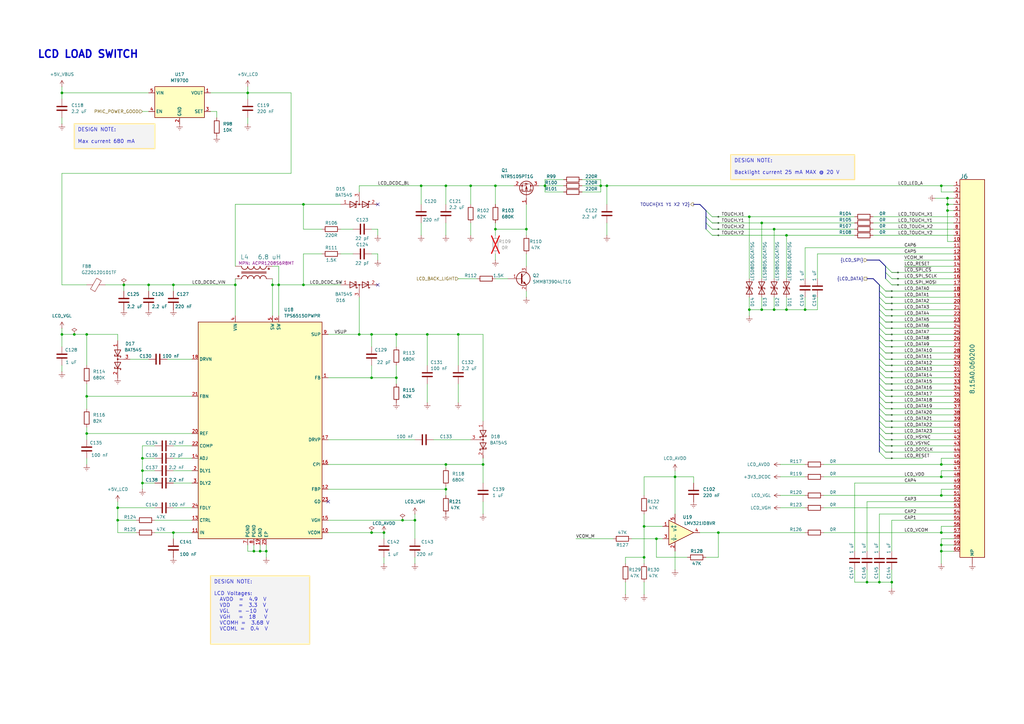
<source format=kicad_sch>
(kicad_sch (version 20250114) (generator "eeschema") (generator_version "9.0")
  (paper "A3")
  (title_block (title "i.MX6 Demo Board") (date "2026-02-16") (rev "01") (company "ts-manuel"))
  (text "LCD LOAD SWITCH" (at 15.24 24.13 0) (effects (font (size 3.048 3.048) (bold yes)) (justify left bottom)))
  (text_box "DESIGN NOTE:\n\nLCD Voltages:\n  AVDD  =  4.9  V\n  VDD   =  3.3  V\n  VGL   = -10   V\n  VGH   =  18   V\n  VCOMH =  3.68 V\n  VCOML =  0.4  V" (at 86.36 236.22 0) (size 40.64 27.94) (margins 1.375 1.375 1.375 1.375) (stroke (width 0.5) (color 255 229 153 1)) (fill (type color) (color 243 243 243 1)) (effects (font (size 1.5 1.5)) (justify left top)))
  (text_box "DESIGN NOTE:\n\nBacklight current 25 mA MAX @ 20 V" (at 299.72 63.5 0) (size 50.8 10.16) (margins 1.375 1.375 1.375 1.375) (stroke (width 0.5) (color 255 229 153 1)) (fill (type color) (color 243 243 243 1)) (effects (font (size 1.5 1.5)) (justify left top)))
  (text_box "DESIGN NOTE:\n\nMax current 680 mA" (at 30.48 50.8 0) (size 33.02 10.16) (margins 1.375 1.375 1.375 1.375) (stroke (width 0.5) (color 255 229 153 1)) (fill (type color) (color 243 243 243 1)) (effects (font (size 1.5 1.5)) (justify left top)))
  (junction (at 388.62 81.28))
  (junction (at 35.56 137.16))
  (junction (at 386.08 223.52))
  (junction (at 152.4 154.94))
  (junction (at 152.4 218.44))
  (junction (at 203.2 76.2))
  (junction (at 124.46 116.84))
  (junction (at 71.12 116.84))
  (junction (at 96.52 116.84))
  (junction (at 25.4 38.1))
  (junction (at 223.52 76.2))
  (junction (at 386.08 218.44))
  (junction (at 172.72 76.2))
  (junction (at 58.42 193.04))
  (junction (at 386.08 190.5))
  (junction (at 162.56 154.94))
  (junction (at 187.96 137.16))
  (junction (at 101.6 38.1))
  (junction (at 264.16 215.9))
  (junction (at 248.92 76.2))
  (junction (at 58.42 198.12))
  (junction (at 114.3 116.84))
  (junction (at 50.8 116.84))
  (junction (at 330.2 127))
  (junction (at 152.4 137.16))
  (junction (at 182.88 200.66))
  (junction (at 386.08 195.58))
  (junction (at 307.34 127))
  (junction (at 30.48 137.16))
  (junction (at 147.32 137.16))
  (junction (at 312.42 127))
  (junction (at 198.12 190.5))
  (junction (at 269.24 220.98))
  (junction (at 182.88 190.5))
  (junction (at 104.14 226.06))
  (junction (at 294.64 218.44))
  (junction (at 388.62 86.36))
  (junction (at 360.68 238.76))
  (junction (at 317.5 93.98))
  (junction (at 162.56 137.16))
  (junction (at 182.88 76.2))
  (junction (at 193.04 76.2))
  (junction (at 246.38 76.2))
  (junction (at 312.42 91.44))
  (junction (at 264.16 228.6))
  (junction (at 35.56 177.8))
  (junction (at 124.46 83.82))
  (junction (at 60.96 116.84))
  (junction (at 25.4 137.16))
  (junction (at 386.08 76.2))
  (junction (at 203.2 93.98))
  (junction (at 386.08 226.06))
  (junction (at 170.18 213.36))
  (junction (at 365.76 238.76))
  (junction (at 48.26 208.28))
  (junction (at 322.58 96.52))
  (junction (at 215.9 93.98))
  (junction (at 111.76 116.84))
  (junction (at 322.58 127))
  (junction (at 106.68 226.06))
  (junction (at 388.62 83.82))
  (junction (at 175.26 137.16))
  (junction (at 58.42 187.96))
  (junction (at 386.08 203.2))
  (junction (at 307.34 88.9))
  (junction (at 355.6 238.76))
  (junction (at 276.86 195.58))
  (junction (at 48.26 213.36))
  (junction (at 109.22 226.06))
  (junction (at 165.1 213.36))
  (junction (at 317.5 127))
  (junction (at 157.48 218.44))
  (junction (at 71.12 218.44))
  (junction (at 35.56 162.56))
  (no_connect (at 154.94 116.84))
  (no_connect (at 134.62 205.74))
  (no_connect (at 154.94 83.82))
  (bus_entry (at 289.56 93.98) (size 2.54 2.54))
  (bus_entry (at 360.68 152.4) (size 2.54 2.54))
  (bus_entry (at 360.68 175.26) (size 2.54 2.54))
  (bus_entry (at 360.68 142.24) (size 2.54 2.54))
  (bus_entry (at 360.68 147.32) (size 2.54 2.54))
  (bus_entry (at 360.68 144.78) (size 2.54 2.54))
  (bus_entry (at 360.68 172.72) (size 2.54 2.54))
  (bus_entry (at 360.68 129.54) (size 2.54 2.54))
  (bus_entry (at 360.68 116.84) (size 2.54 2.54))
  (bus_entry (at 360.68 132.08) (size 2.54 2.54))
  (bus_entry (at 363.22 109.22) (size 2.54 2.54))
  (bus_entry (at 360.68 154.94) (size 2.54 2.54))
  (bus_entry (at 360.68 167.64) (size 2.54 2.54))
  (bus_entry (at 360.68 119.38) (size 2.54 2.54))
  (bus_entry (at 289.56 88.9) (size 2.54 2.54))
  (bus_entry (at 289.56 91.44) (size 2.54 2.54))
  (bus_entry (at 360.68 139.7) (size 2.54 2.54))
  (bus_entry (at 360.68 180.34) (size 2.54 2.54))
  (bus_entry (at 360.68 162.56) (size 2.54 2.54))
  (bus_entry (at 289.56 86.36) (size 2.54 2.54))
  (bus_entry (at 360.68 182.88) (size 2.54 2.54))
  (bus_entry (at 360.68 165.1) (size 2.54 2.54))
  (bus_entry (at 363.22 111.76) (size 2.54 2.54))
  (bus_entry (at 360.68 134.62) (size 2.54 2.54))
  (bus_entry (at 360.68 170.18) (size 2.54 2.54))
  (bus_entry (at 360.68 177.8) (size 2.54 2.54))
  (bus_entry (at 360.68 149.86) (size 2.54 2.54))
  (bus_entry (at 363.22 114.3) (size 2.54 2.54))
  (bus_entry (at 360.68 127) (size 2.54 2.54))
  (bus_entry (at 360.68 157.48) (size 2.54 2.54))
  (bus_entry (at 360.68 160.02) (size 2.54 2.54))
  (bus_entry (at 360.68 137.16) (size 2.54 2.54))
  (bus_entry (at 360.68 124.46) (size 2.54 2.54))
  (bus_entry (at 363.22 187.96) (size -2.54 -2.54))
  (bus_entry (at 360.68 121.92) (size 2.54 2.54))
  (bus (pts (xy 360.68 121.92) (xy 360.68 119.38)))
  (wire (pts (xy 25.4 35.56) (xy 25.4 38.1)))
  (wire (pts (xy 154.94 96.52) (xy 154.94 93.98)))
  (wire (pts (xy 71.12 198.12) (xy 78.74 198.12)))
  (wire (pts (xy 276.86 195.58) (xy 284.48 195.58)))
  (wire (pts (xy 58.42 187.96) (xy 58.42 182.88)))
  (wire (pts (xy 58.42 193.04) (xy 63.5 193.04)))
  (wire (pts (xy 187.96 137.16) (xy 187.96 149.86)))
  (wire (pts (xy 350.52 233.68) (xy 350.52 238.76)))
  (wire (pts (xy 287.02 218.44) (xy 294.64 218.44)))
  (wire (pts (xy 355.6 205.74) (xy 391.16 205.74)))
  (wire (pts (xy 96.52 116.84) (xy 96.52 129.54)))
  (wire (pts (xy 154.94 106.68) (xy 154.94 104.14)))
  (wire (pts (xy 391.16 86.36) (xy 388.62 86.36)))
  (wire (pts (xy 363.22 162.56) (xy 391.16 162.56)))
  (wire (pts (xy 182.88 200.66) (xy 134.62 200.66)))
  (wire (pts (xy 337.82 203.2) (xy 386.08 203.2)))
  (wire (pts (xy 152.4 137.16) (xy 152.4 142.24)))
  (wire (pts (xy 246.38 76.2) (xy 248.92 76.2)))
  (wire (pts (xy 134.62 190.5) (xy 182.88 190.5)))
  (wire (pts (xy 53.34 147.32) (xy 60.96 147.32)))
  (bus (pts (xy 360.68 165.1) (xy 360.68 162.56)))
  (wire (pts (xy 182.88 190.5) (xy 198.12 190.5)))
  (wire (pts (xy 363.22 167.64) (xy 391.16 167.64)))
  (wire (pts (xy 294.64 228.6) (xy 294.64 218.44)))
  (wire (pts (xy 147.32 137.16) (xy 152.4 137.16)))
  (wire (pts (xy 223.52 73.66) (xy 231.14 73.66)))
  (wire (pts (xy 355.6 238.76) (xy 360.68 238.76)))
  (wire (pts (xy 106.68 226.06) (xy 104.14 226.06)))
  (wire (pts (xy 96.52 114.3) (xy 96.52 116.84)))
  (wire (pts (xy 48.26 137.16) (xy 48.26 139.7)))
  (wire (pts (xy 111.76 114.3) (xy 111.76 116.84)))
  (wire (pts (xy 35.56 137.16) (xy 48.26 137.16)))
  (wire (pts (xy 109.22 226.06) (xy 106.68 226.06)))
  (bus (pts (xy 284.48 83.82) (xy 287.02 83.82)))
  (wire (pts (xy 162.56 154.94) (xy 162.56 157.48)))
  (wire (pts (xy 223.52 76.2) (xy 223.52 78.74)))
  (wire (pts (xy 386.08 76.2) (xy 386.08 78.74)))
  (wire (pts (xy 35.56 162.56) (xy 78.74 162.56)))
  (wire (pts (xy 317.5 93.98) (xy 350.52 93.98)))
  (wire (pts (xy 276.86 226.06) (xy 276.86 233.68)))
  (wire (pts (xy 111.76 116.84) (xy 114.3 116.84)))
  (wire (pts (xy 68.58 147.32) (xy 78.74 147.32)))
  (wire (pts (xy 363.22 144.78) (xy 391.16 144.78)))
  (wire (pts (xy 104.14 226.06) (xy 101.6 226.06)))
  (wire (pts (xy 25.4 152.4) (xy 25.4 149.86)))
  (wire (pts (xy 55.88 218.44) (xy 48.26 218.44)))
  (wire (pts (xy 111.76 129.54) (xy 111.76 116.84)))
  (wire (pts (xy 365.76 213.36) (xy 365.76 226.06)))
  (wire (pts (xy 264.16 195.58) (xy 264.16 203.2)))
  (wire (pts (xy 60.96 116.84) (xy 50.8 116.84)))
  (bus (pts (xy 360.68 152.4) (xy 360.68 149.86)))
  (wire (pts (xy 365.76 111.76) (xy 391.16 111.76)))
  (wire (pts (xy 322.58 121.92) (xy 322.58 127)))
  (wire (pts (xy 35.56 177.8) (xy 35.56 180.34)))
  (wire (pts (xy 292.1 96.52) (xy 322.58 96.52)))
  (wire (pts (xy 335.28 104.14) (xy 391.16 104.14)))
  (wire (pts (xy 363.22 129.54) (xy 391.16 129.54)))
  (wire (pts (xy 101.6 50.8) (xy 101.6 48.26)))
  (wire (pts (xy 358.14 88.9) (xy 391.16 88.9)))
  (wire (pts (xy 182.88 96.52) (xy 182.88 91.44)))
  (wire (pts (xy 182.88 203.2) (xy 182.88 200.66)))
  (wire (pts (xy 203.2 104.14) (xy 203.2 106.68)))
  (wire (pts (xy 25.4 137.16) (xy 25.4 142.24)))
  (wire (pts (xy 363.22 142.24) (xy 391.16 142.24)))
  (bus (pts (xy 360.68 160.02) (xy 360.68 157.48)))
  (wire (pts (xy 256.54 238.76) (xy 256.54 243.84)))
  (wire (pts (xy 60.96 116.84) (xy 71.12 116.84)))
  (wire (pts (xy 101.6 38.1) (xy 101.6 40.64)))
  (wire (pts (xy 386.08 200.66) (xy 391.16 200.66)))
  (wire (pts (xy 175.26 137.16) (xy 187.96 137.16)))
  (wire (pts (xy 363.22 124.46) (xy 391.16 124.46)))
  (wire (pts (xy 307.34 121.92) (xy 307.34 127)))
  (wire (pts (xy 370.84 109.22) (xy 391.16 109.22)))
  (wire (pts (xy 25.4 137.16) (xy 30.48 137.16)))
  (wire (pts (xy 256.54 228.6) (xy 256.54 231.14)))
  (wire (pts (xy 198.12 137.16) (xy 198.12 172.72)))
  (bus (pts (xy 360.68 134.62) (xy 360.68 132.08)))
  (wire (pts (xy 317.5 127) (xy 312.42 127)))
  (wire (pts (xy 172.72 96.52) (xy 172.72 91.44)))
  (wire (pts (xy 152.4 218.44) (xy 157.48 218.44)))
  (wire (pts (xy 30.48 137.16) (xy 35.56 137.16)))
  (wire (pts (xy 203.2 114.3) (xy 208.28 114.3)))
  (bus (pts (xy 360.68 162.56) (xy 360.68 160.02)))
  (bus (pts (xy 289.56 88.9) (xy 289.56 91.44)))
  (bus (pts (xy 360.68 180.34) (xy 360.68 177.8)))
  (wire (pts (xy 337.82 218.44) (xy 386.08 218.44)))
  (wire (pts (xy 60.96 116.84) (xy 60.96 119.38)))
  (wire (pts (xy 71.12 208.28) (xy 78.74 208.28)))
  (wire (pts (xy 320.04 195.58) (xy 330.2 195.58)))
  (wire (pts (xy 350.52 198.12) (xy 391.16 198.12)))
  (wire (pts (xy 360.68 226.06) (xy 360.68 210.82)))
  (bus (pts (xy 289.56 86.36) (xy 289.56 88.9)))
  (wire (pts (xy 187.96 157.48) (xy 187.96 165.1)))
  (wire (pts (xy 48.26 205.74) (xy 48.26 208.28)))
  (wire (pts (xy 182.88 76.2) (xy 172.72 76.2)))
  (bus (pts (xy 355.6 106.68) (xy 360.68 106.68)))
  (wire (pts (xy 198.12 187.96) (xy 198.12 190.5)))
  (wire (pts (xy 363.22 147.32) (xy 391.16 147.32)))
  (wire (pts (xy 147.32 76.2) (xy 147.32 78.74)))
  (wire (pts (xy 276.86 195.58) (xy 264.16 195.58)))
  (bus (pts (xy 360.68 139.7) (xy 360.68 137.16)))
  (wire (pts (xy 350.52 226.06) (xy 350.52 198.12)))
  (bus (pts (xy 360.68 157.48) (xy 360.68 154.94)))
  (wire (pts (xy 370.84 106.68) (xy 391.16 106.68)))
  (bus (pts (xy 360.68 175.26) (xy 360.68 172.72)))
  (wire (pts (xy 58.42 182.88) (xy 63.5 182.88)))
  (wire (pts (xy 177.8 180.34) (xy 193.04 180.34)))
  (wire (pts (xy 101.6 38.1) (xy 119.38 38.1)))
  (wire (pts (xy 294.64 218.44) (xy 330.2 218.44)))
  (wire (pts (xy 134.62 218.44) (xy 152.4 218.44)))
  (wire (pts (xy 312.42 91.44) (xy 350.52 91.44)))
  (wire (pts (xy 238.76 73.66) (xy 246.38 73.66)))
  (wire (pts (xy 317.5 121.92) (xy 317.5 127)))
  (wire (pts (xy 365.76 114.3) (xy 391.16 114.3)))
  (bus (pts (xy 363.22 109.22) (xy 363.22 111.76)))
  (wire (pts (xy 63.5 198.12) (xy 58.42 198.12)))
  (bus (pts (xy 360.68 129.54) (xy 360.68 127)))
  (wire (pts (xy 187.96 137.16) (xy 198.12 137.16)))
  (wire (pts (xy 292.1 91.44) (xy 312.42 91.44)))
  (wire (pts (xy 25.4 38.1) (xy 25.4 40.64)))
  (wire (pts (xy 386.08 220.98) (xy 391.16 220.98)))
  (wire (pts (xy 358.14 91.44) (xy 391.16 91.44)))
  (wire (pts (xy 330.2 101.6) (xy 330.2 114.3)))
  (wire (pts (xy 363.22 132.08) (xy 391.16 132.08)))
  (wire (pts (xy 355.6 233.68) (xy 355.6 238.76)))
  (wire (pts (xy 388.62 99.06) (xy 388.62 86.36)))
  (wire (pts (xy 35.56 157.48) (xy 35.56 162.56)))
  (wire (pts (xy 363.22 139.7) (xy 391.16 139.7)))
  (wire (pts (xy 114.3 109.22) (xy 114.3 116.84)))
  (wire (pts (xy 25.4 134.62) (xy 25.4 137.16)))
  (wire (pts (xy 289.56 228.6) (xy 294.64 228.6)))
  (bus (pts (xy 355.6 114.3) (xy 358.14 114.3)))
  (wire (pts (xy 307.34 88.9) (xy 350.52 88.9)))
  (wire (pts (xy 104.14 223.52) (xy 104.14 226.06)))
  (wire (pts (xy 358.14 93.98) (xy 391.16 93.98)))
  (wire (pts (xy 276.86 210.82) (xy 276.86 195.58)))
  (wire (pts (xy 111.76 109.22) (xy 114.3 109.22)))
  (bus (pts (xy 360.68 182.88) (xy 360.68 185.42)))
  (wire (pts (xy 322.58 127) (xy 330.2 127)))
  (bus (pts (xy 360.68 149.86) (xy 360.68 147.32)))
  (wire (pts (xy 193.04 96.52) (xy 193.04 91.44)))
  (wire (pts (xy 187.96 114.3) (xy 195.58 114.3)))
  (wire (pts (xy 25.4 71.12) (xy 119.38 71.12)))
  (wire (pts (xy 363.22 152.4) (xy 391.16 152.4)))
  (wire (pts (xy 264.16 215.9) (xy 271.78 215.9)))
  (wire (pts (xy 25.4 48.26) (xy 25.4 50.8)))
  (wire (pts (xy 269.24 220.98) (xy 269.24 228.6)))
  (wire (pts (xy 152.4 149.86) (xy 152.4 154.94)))
  (wire (pts (xy 365.76 238.76) (xy 365.76 241.3)))
  (wire (pts (xy 114.3 116.84) (xy 124.46 116.84)))
  (wire (pts (xy 386.08 193.04) (xy 386.08 195.58)))
  (wire (pts (xy 162.56 154.94) (xy 152.4 154.94)))
  (wire (pts (xy 386.08 193.04) (xy 391.16 193.04)))
  (wire (pts (xy 71.12 116.84) (xy 71.12 119.38)))
  (wire (pts (xy 248.92 91.44) (xy 248.92 96.52)))
  (wire (pts (xy 203.2 91.44) (xy 203.2 93.98)))
  (wire (pts (xy 172.72 83.82) (xy 172.72 76.2)))
  (wire (pts (xy 203.2 76.2) (xy 210.82 76.2)))
  (wire (pts (xy 48.26 208.28) (xy 48.26 213.36)))
  (wire (pts (xy 35.56 137.16) (xy 35.56 149.86)))
  (wire (pts (xy 248.92 76.2) (xy 386.08 76.2)))
  (wire (pts (xy 96.52 83.82) (xy 96.52 109.22)))
  (wire (pts (xy 238.76 78.74) (xy 246.38 78.74)))
  (wire (pts (xy 269.24 220.98) (xy 271.78 220.98)))
  (wire (pts (xy 63.5 218.44) (xy 71.12 218.44)))
  (wire (pts (xy 134.62 213.36) (xy 165.1 213.36)))
  (wire (pts (xy 152.4 154.94) (xy 134.62 154.94)))
  (wire (pts (xy 223.52 73.66) (xy 223.52 76.2)))
  (wire (pts (xy 264.16 228.6) (xy 256.54 228.6)))
  (wire (pts (xy 322.58 96.52) (xy 322.58 114.3)))
  (wire (pts (xy 215.9 83.82) (xy 215.9 93.98)))
  (wire (pts (xy 25.4 71.12) (xy 25.4 116.84)))
  (wire (pts (xy 312.42 91.44) (xy 312.42 114.3)))
  (wire (pts (xy 386.08 76.2) (xy 391.16 76.2)))
  (wire (pts (xy 391.16 190.5) (xy 386.08 190.5)))
  (wire (pts (xy 307.34 129.54) (xy 307.34 127)))
  (bus (pts (xy 360.68 170.18) (xy 360.68 167.64)))
  (wire (pts (xy 238.76 76.2) (xy 246.38 76.2)))
  (wire (pts (xy 170.18 210.82) (xy 170.18 213.36)))
  (wire (pts (xy 386.08 220.98) (xy 386.08 223.52)))
  (wire (pts (xy 363.22 137.16) (xy 391.16 137.16)))
  (wire (pts (xy 124.46 83.82) (xy 139.7 83.82)))
  (wire (pts (xy 307.34 88.9) (xy 307.34 114.3)))
  (wire (pts (xy 63.5 213.36) (xy 78.74 213.36)))
  (wire (pts (xy 335.28 121.92) (xy 335.28 127)))
  (wire (pts (xy 388.62 81.28) (xy 391.16 81.28)))
  (wire (pts (xy 312.42 121.92) (xy 312.42 127)))
  (wire (pts (xy 322.58 127) (xy 317.5 127)))
  (wire (pts (xy 152.4 137.16) (xy 162.56 137.16)))
  (wire (pts (xy 60.96 38.1) (xy 25.4 38.1)))
  (wire (pts (xy 124.46 116.84) (xy 139.7 116.84)))
  (wire (pts (xy 170.18 213.36) (xy 170.18 220.98)))
  (wire (pts (xy 147.32 137.16) (xy 134.62 137.16)))
  (wire (pts (xy 58.42 193.04) (xy 58.42 187.96)))
  (wire (pts (xy 58.42 45.72) (xy 60.96 45.72)))
  (wire (pts (xy 391.16 195.58) (xy 386.08 195.58)))
  (wire (pts (xy 386.08 226.06) (xy 386.08 231.14)))
  (wire (pts (xy 198.12 210.82) (xy 198.12 205.74)))
  (wire (pts (xy 264.16 210.82) (xy 264.16 215.9)))
  (wire (pts (xy 330.2 101.6) (xy 391.16 101.6)))
  (bus (pts (xy 360.68 172.72) (xy 360.68 170.18)))
  (wire (pts (xy 363.22 187.96) (xy 378.46 187.96)))
  (wire (pts (xy 320.04 208.28) (xy 330.2 208.28)))
  (wire (pts (xy 71.12 218.44) (xy 71.12 220.98)))
  (bus (pts (xy 360.68 167.64) (xy 360.68 165.1)))
  (wire (pts (xy 215.9 119.38) (xy 215.9 121.92)))
  (bus (pts (xy 360.68 144.78) (xy 360.68 142.24)))
  (wire (pts (xy 88.9 45.72) (xy 86.36 45.72)))
  (bus (pts (xy 360.68 127) (xy 360.68 124.46)))
  (wire (pts (xy 246.38 73.66) (xy 246.38 76.2)))
  (wire (pts (xy 198.12 190.5) (xy 198.12 198.12)))
  (bus (pts (xy 360.68 177.8) (xy 360.68 175.26)))
  (bus (pts (xy 360.68 132.08) (xy 360.68 129.54)))
  (wire (pts (xy 175.26 137.16) (xy 175.26 149.86)))
  (wire (pts (xy 124.46 104.14) (xy 124.46 116.84)))
  (wire (pts (xy 71.12 182.88) (xy 78.74 182.88)))
  (bus (pts (xy 360.68 137.16) (xy 360.68 134.62)))
  (wire (pts (xy 365.76 213.36) (xy 391.16 213.36)))
  (bus (pts (xy 363.22 111.76) (xy 363.22 114.3)))
  (bus (pts (xy 360.68 124.46) (xy 360.68 121.92)))
  (wire (pts (xy 109.22 228.6) (xy 109.22 226.06)))
  (wire (pts (xy 312.42 127) (xy 307.34 127)))
  (wire (pts (xy 203.2 76.2) (xy 203.2 83.82)))
  (wire (pts (xy 25.4 116.84) (xy 35.56 116.84)))
  (bus (pts (xy 289.56 86.36) (xy 287.02 83.82)))
  (wire (pts (xy 101.6 35.56) (xy 101.6 38.1)))
  (wire (pts (xy 119.38 38.1) (xy 119.38 71.12)))
  (wire (pts (xy 175.26 157.48) (xy 175.26 165.1)))
  (wire (pts (xy 71.12 116.84) (xy 96.52 116.84)))
  (wire (pts (xy 363.22 172.72) (xy 391.16 172.72)))
  (wire (pts (xy 251.46 220.98) (xy 236.22 220.98)))
  (wire (pts (xy 363.22 154.94) (xy 391.16 154.94)))
  (wire (pts (xy 320.04 190.5) (xy 330.2 190.5)))
  (wire (pts (xy 386.08 223.52) (xy 386.08 226.06)))
  (wire (pts (xy 363.22 134.62) (xy 391.16 134.62)))
  (wire (pts (xy 220.98 76.2) (xy 223.52 76.2)))
  (wire (pts (xy 165.1 213.36) (xy 170.18 213.36)))
  (wire (pts (xy 358.14 96.52) (xy 391.16 96.52)))
  (wire (pts (xy 320.04 203.2) (xy 330.2 203.2)))
  (wire (pts (xy 203.2 93.98) (xy 203.2 96.52)))
  (wire (pts (xy 124.46 104.14) (xy 132.08 104.14)))
  (wire (pts (xy 35.56 187.96) (xy 35.56 190.5)))
  (wire (pts (xy 124.46 93.98) (xy 132.08 93.98)))
  (wire (pts (xy 71.12 218.44) (xy 78.74 218.44)))
  (wire (pts (xy 182.88 199.39) (xy 182.88 200.66)))
  (wire (pts (xy 386.08 203.2) (xy 391.16 203.2)))
  (wire (pts (xy 63.5 208.28) (xy 48.26 208.28)))
  (bus (pts (xy 360.68 116.84) (xy 358.14 114.3)))
  (wire (pts (xy 330.2 127) (xy 335.28 127)))
  (wire (pts (xy 388.62 86.36) (xy 388.62 83.82)))
  (wire (pts (xy 363.22 149.86) (xy 391.16 149.86)))
  (wire (pts (xy 360.68 210.82) (xy 391.16 210.82)))
  (wire (pts (xy 386.08 215.9) (xy 391.16 215.9)))
  (wire (pts (xy 317.5 93.98) (xy 317.5 114.3)))
  (wire (pts (xy 101.6 226.06) (xy 101.6 223.52)))
  (wire (pts (xy 269.24 228.6) (xy 281.94 228.6)))
  (wire (pts (xy 58.42 187.96) (xy 63.5 187.96)))
  (wire (pts (xy 337.82 190.5) (xy 386.08 190.5)))
  (wire (pts (xy 88.9 45.72) (xy 88.9 48.26)))
  (wire (pts (xy 386.08 218.44) (xy 391.16 218.44)))
  (wire (pts (xy 337.82 195.58) (xy 386.08 195.58)))
  (wire (pts (xy 162.56 149.86) (xy 162.56 154.94)))
  (wire (pts (xy 363.22 165.1) (xy 391.16 165.1)))
  (wire (pts (xy 264.16 238.76) (xy 264.16 243.84)))
  (wire (pts (xy 259.08 220.98) (xy 269.24 220.98)))
  (wire (pts (xy 193.04 76.2) (xy 193.04 83.82)))
  (wire (pts (xy 386.08 187.96) (xy 391.16 187.96)))
  (wire (pts (xy 154.94 93.98) (xy 152.4 93.98)))
  (wire (pts (xy 360.68 238.76) (xy 365.76 238.76)))
  (wire (pts (xy 386.08 187.96) (xy 386.08 190.5)))
  (wire (pts (xy 172.72 76.2) (xy 147.32 76.2)))
  (wire (pts (xy 193.04 76.2) (xy 182.88 76.2)))
  (wire (pts (xy 363.22 127) (xy 391.16 127)))
  (bus (pts (xy 360.68 119.38) (xy 360.68 116.84)))
  (wire (pts (xy 360.68 233.68) (xy 360.68 238.76)))
  (wire (pts (xy 363.22 119.38) (xy 391.16 119.38)))
  (wire (pts (xy 182.88 83.82) (xy 182.88 76.2)))
  (bus (pts (xy 360.68 154.94) (xy 360.68 152.4)))
  (wire (pts (xy 162.56 137.16) (xy 162.56 142.24)))
  (wire (pts (xy 292.1 88.9) (xy 307.34 88.9)))
  (wire (pts (xy 35.56 175.26) (xy 35.56 177.8)))
  (wire (pts (xy 154.94 104.14) (xy 152.4 104.14)))
  (wire (pts (xy 365.76 233.68) (xy 365.76 238.76)))
  (wire (pts (xy 215.9 104.14) (xy 215.9 109.22)))
  (wire (pts (xy 114.3 116.84) (xy 114.3 129.54)))
  (wire (pts (xy 292.1 93.98) (xy 317.5 93.98)))
  (wire (pts (xy 223.52 76.2) (xy 231.14 76.2)))
  (wire (pts (xy 386.08 223.52) (xy 391.16 223.52)))
  (wire (pts (xy 386.08 78.74) (xy 391.16 78.74)))
  (wire (pts (xy 363.22 177.8) (xy 391.16 177.8)))
  (wire (pts (xy 157.48 218.44) (xy 157.48 220.98)))
  (wire (pts (xy 43.18 116.84) (xy 50.8 116.84)))
  (wire (pts (xy 147.32 121.92) (xy 147.32 137.16)))
  (wire (pts (xy 35.56 162.56) (xy 35.56 167.64)))
  (wire (pts (xy 386.08 200.66) (xy 386.08 203.2)))
  (wire (pts (xy 388.62 83.82) (xy 388.62 81.28)))
  (wire (pts (xy 144.78 93.98) (xy 139.7 93.98)))
  (wire (pts (xy 50.8 119.38) (xy 50.8 116.84)))
  (wire (pts (xy 330.2 121.92) (xy 330.2 127)))
  (wire (pts (xy 322.58 96.52) (xy 350.52 96.52)))
  (wire (pts (xy 284.48 195.58) (xy 284.48 198.12)))
  (wire (pts (xy 109.22 223.52) (xy 109.22 226.06)))
  (bus (pts (xy 360.68 182.88) (xy 360.68 180.34)))
  (wire (pts (xy 193.04 76.2) (xy 203.2 76.2)))
  (wire (pts (xy 157.48 231.14) (xy 157.48 228.6)))
  (wire (pts (xy 58.42 198.12) (xy 58.42 193.04)))
  (wire (pts (xy 363.22 160.02) (xy 391.16 160.02)))
  (wire (pts (xy 71.12 193.04) (xy 78.74 193.04)))
  (wire (pts (xy 106.68 223.52) (xy 106.68 226.06)))
  (wire (pts (xy 134.62 180.34) (xy 170.18 180.34)))
  (wire (pts (xy 363.22 170.18) (xy 391.16 170.18)))
  (wire (pts (xy 264.16 215.9) (xy 264.16 228.6)))
  (wire (pts (xy 386.08 215.9) (xy 386.08 218.44)))
  (wire (pts (xy 391.16 99.06) (xy 388.62 99.06)))
  (wire (pts (xy 388.62 81.28) (xy 383.54 81.28)))
  (wire (pts (xy 58.42 198.12) (xy 58.42 200.66)))
  (wire (pts (xy 264.16 231.14) (xy 264.16 228.6)))
  (wire (pts (xy 223.52 78.74) (xy 231.14 78.74)))
  (wire (pts (xy 246.38 76.2) (xy 246.38 78.74)))
  (wire (pts (xy 215.9 93.98) (xy 215.9 96.52)))
  (wire (pts (xy 162.56 137.16) (xy 175.26 137.16)))
  (wire (pts (xy 86.36 38.1) (xy 101.6 38.1)))
  (bus (pts (xy 360.68 142.24) (xy 360.68 139.7)))
  (wire (pts (xy 363.22 157.48) (xy 391.16 157.48)))
  (wire (pts (xy 71.12 187.96) (xy 78.74 187.96)))
  (wire (pts (xy 335.28 104.14) (xy 335.28 114.3)))
  (wire (pts (xy 363.22 185.42) (xy 391.16 185.42)))
  (wire (pts (xy 363.22 175.26) (xy 391.16 175.26)))
  (wire (pts (xy 363.22 180.34) (xy 391.16 180.34)))
  (wire (pts (xy 35.56 177.8) (xy 78.74 177.8)))
  (wire (pts (xy 48.26 218.44) (xy 48.26 213.36)))
  (wire (pts (xy 337.82 208.28) (xy 391.16 208.28)))
  (wire (pts (xy 276.86 193.04) (xy 276.86 195.58)))
  (wire (pts (xy 363.22 121.92) (xy 391.16 121.92)))
  (wire (pts (xy 350.52 238.76) (xy 355.6 238.76)))
  (wire (pts (xy 203.2 93.98) (xy 215.9 93.98)))
  (wire (pts (xy 139.7 104.14) (xy 144.78 104.14)))
  (wire (pts (xy 363.22 182.88) (xy 391.16 182.88)))
  (bus (pts (xy 360.68 147.32) (xy 360.68 144.78)))
  (wire (pts (xy 55.88 213.36) (xy 48.26 213.36)))
  (wire (pts (xy 365.76 116.84) (xy 391.16 116.84)))
  (wire (pts (xy 248.92 76.2) (xy 248.92 83.82)))
  (wire (pts (xy 386.08 226.06) (xy 391.16 226.06)))
  (wire (pts (xy 355.6 226.06) (xy 355.6 205.74)))
  (wire (pts (xy 391.16 83.82) (xy 388.62 83.82)))
  (wire (pts (xy 182.88 191.77) (xy 182.88 190.5)))
  (wire (pts (xy 124.46 83.82) (xy 124.46 93.98)))
  (wire (pts (xy 96.52 83.82) (xy 124.46 83.82)))
  (bus (pts (xy 363.22 109.22) (xy 360.68 106.68)))
  (wire (pts (xy 170.18 231.14) (xy 170.18 228.6)))
  (bus (pts (xy 289.56 91.44) (xy 289.56 93.98)))
  (label "LCD_DCDC_SW" (at 127 116.84 0))
  (label "LCD_DATA10" (at 370.84 144.78 0))
  (label "LCD_DATA16" (at 370.84 160.02 0))
  (label "LCD_DATA6" (at 370.84 134.62 0))
  (label "CAP4" (at 375.92 198.12 180))
  (label "LCD_SPI_SCLK" (at 370.84 114.3 0))
  (label "LCD_DATA14" (at 370.84 154.94 0))
  (label "VSUP" (at 137.16 137.16 0))
  (label "LCD_VDD" (at 370.84 195.58 0))
  (label "CAP1" (at 370.84 213.36 0))
  (label "LCD_VCOM" (at 370.84 218.44 0))
  (label "LCD_TOUCH_Y2" (at 368.3 96.52 0))
  (label "TOUCH.X1" (at 295.91 88.9 0))
  (label "LCD_DATA22" (at 370.84 175.26 0))
  (label "LCD_DATA2" (at 370.84 124.46 0))
  (label "LCD_TOUCH_Y1" (at 368.3 91.44 0))
  (label "LCD_DATA13" (at 370.84 152.4 0))
  (label "LCD_DATA4" (at 370.84 129.54 0))
  (label "LCD_DATA17" (at 370.84 162.56 0))
  (label "LCD_DCDC_VIN" (at 78.74 116.84 0))
  (label "LCD_DATA15" (at 370.84 157.48 0))
  (label "LCD_DATA5" (at 370.84 132.08 0))
  (label "LCD_DATA1" (at 370.84 121.92 0))
  (label "CAP2" (at 375.92 210.82 180))
  (label "LCD_DATA8" (at 370.84 139.7 0))
  (label "LCD_TOUCH_X2" (at 368.3 93.98 0))
  (label "LCD_DATA11" (at 370.84 147.32 0))
  (label "TOUCH.Y2" (at 295.91 96.52 0))
  (label "LCD_RESET" (at 370.84 187.96 0))
  (label "VCOM_M" (at 370.84 106.68 0))
  (label "LCD_DATA3" (at 370.84 127 0))
  (label "LCD_DATA20" (at 370.84 170.18 0))
  (label "LCD_DATA12" (at 370.84 149.86 0))
  (label "LCD_RESET" (at 370.84 109.22 0))
  (label "TOUCH.Y1" (at 295.91 91.44 0))
  (label "CAP6" (at 370.84 101.6 0))
  (label "CAP5" (at 370.84 104.14 0))
  (label "LCD_DATA23" (at 370.84 177.8 0))
  (label "VCOM_M" (at 236.22 220.98 0))
  (label "LCD_DCDC_BL" (at 154.94 76.2 0))
  (label "~{LCD_SPI_CS}" (at 370.84 111.76 0))
  (label "LCD_HSYNC" (at 370.84 180.34 0))
  (label "LCD_DATA18" (at 370.84 165.1 0))
  (label "LCD_DATA19" (at 370.84 167.64 0))
  (label "LCD_DATA21" (at 370.84 172.72 0))
  (label "LCD_DATA9" (at 370.84 142.24 0))
  (label "LCD_DATA7" (at 370.84 137.16 0))
  (label "LCD_TOUCH_X1" (at 368.3 88.9 0))
  (label "TOUCH.X2" (at 295.91 93.98 0))
  (label "LCD_DOTCLK" (at 370.84 185.42 0))
  (label "LCD_SPI_MOSI" (at 370.84 116.84 0))
  (label "LCD_VSYNC" (at 370.84 182.88 0))
  (label "LCD_DATA0" (at 370.84 119.38 0))
  (label "CAP3" (at 375.92 205.74 180))
  (label "LCD_LED_A" (at 368.3 76.2 0))
  (hierarchical_label "{LCD_DATA}" (shape passive) (at 355.6 114.3 180))
  (hierarchical_label "TOUCH{X1 Y1 X2 Y2}" (shape output) (at 284.48 83.82 180))
  (hierarchical_label "LCD_BACK_LIGHT" (shape input) (at 187.96 114.3 180))
  (hierarchical_label "PMIC_POWER_GOOD" (shape input) (at 58.42 45.72 180))
  (hierarchical_label "{LCD_SPI}" (shape input) (at 355.6 106.68 180))
  (netclass_flag "" (length 2.54) (shape dot) (at 363.22 187.96 270) (property "Netclass" "LCD_DATA" (effects (hide yes))))
  (netclass_flag "" (length 2.54) (shape dot) (at 363.22 147.32 270) (property "Netclass" "LCD_DATA" (effects (hide yes))))
  (netclass_flag "" (length 2.54) (shape dot) (at 363.22 152.4 270) (property "Netclass" "LCD_DATA" (effects (hide yes))))
  (netclass_flag "" (length 2.54) (shape dot) (at 363.22 167.64 270) (property "Netclass" "LCD_DATA" (effects (hide yes))))
  (netclass_flag "" (length 2.54) (shape dot) (at 363.22 160.02 270) (property "Netclass" "LCD_DATA" (effects (hide yes))))
  (netclass_flag "" (length 2.54) (shape dot) (at 363.22 119.38 270) (property "Netclass" "LCD_DATA" (effects (hide yes))))
  (netclass_flag "" (length 2.54) (shape dot) (at 363.22 124.46 270) (property "Netclass" "LCD_DATA" (effects (hide yes))))
  (netclass_flag "" (length 2.54) (shape dot) (at 363.22 182.88 270) (property "Netclass" "LCD_DATA" (effects (hide yes))))
  (netclass_flag "" (length 2.54) (shape dot) (at 363.22 177.8 270) (property "Netclass" "LCD_DATA" (effects (hide yes))))
  (netclass_flag "" (length 2.54) (shape dot) (at 292.1 88.9 270) (property "Netclass" "LCD_DATA" (effects (hide yes))))
  (netclass_flag "" (length 2.54) (shape dot) (at 363.22 162.56 270) (property "Netclass" "LCD_DATA" (effects (hide yes))))
  (netclass_flag "" (length 2.54) (shape dot) (at 365.76 116.84 270) (property "Netclass" "LCD_DATA" (effects (hide yes))))
  (netclass_flag "" (length 2.54) (shape dot) (at 363.22 134.62 270) (property "Netclass" "LCD_DATA" (effects (hide yes))))
  (netclass_flag "" (length 2.54) (shape dot) (at 363.22 137.16 270) (property "Netclass" "LCD_DATA" (effects (hide yes))))
  (netclass_flag "" (length 2.54) (shape dot) (at 292.1 96.52 270) (property "Netclass" "LCD_DATA" (effects (hide yes))))
  (netclass_flag "" (length 2.54) (shape dot) (at 363.22 175.26 270) (property "Netclass" "LCD_DATA" (effects (hide yes))))
  (netclass_flag "" (length 2.54) (shape dot) (at 363.22 157.48 270) (property "Netclass" "LCD_DATA" (effects (hide yes))))
  (netclass_flag "" (length 2.54) (shape dot) (at 292.1 93.98 270) (property "Netclass" "LCD_DATA" (effects (hide yes))))
  (netclass_flag "" (length 2.54) (shape dot) (at 363.22 139.7 270) (property "Netclass" "LCD_DATA" (effects (hide yes))))
  (netclass_flag "" (length 2.54) (shape dot) (at 363.22 121.92 270) (property "Netclass" "LCD_DATA" (effects (hide yes))))
  (netclass_flag "" (length 2.54) (shape dot) (at 363.22 142.24 270) (property "Netclass" "LCD_DATA" (effects (hide yes))))
  (netclass_flag "" (length 2.54) (shape dot) (at 363.22 132.08 270) (property "Netclass" "LCD_DATA" (effects (hide yes))))
  (netclass_flag "" (length 2.54) (shape dot) (at 363.22 149.86 270) (property "Netclass" "LCD_DATA" (effects (hide yes))))
  (netclass_flag "" (length 2.54) (shape dot) (at 292.1 91.44 270) (property "Netclass" "LCD_DATA" (effects (hide yes))))
  (netclass_flag "" (length 2.54) (shape dot) (at 363.22 127 270) (property "Netclass" "LCD_DATA" (effects (hide yes))))
  (netclass_flag "" (length 2.54) (shape dot) (at 363.22 154.94 270) (property "Netclass" "LCD_DATA" (effects (hide yes))))
  (netclass_flag "" (length 2.54) (shape dot) (at 363.22 185.42 270) (property "Netclass" "LCD_DATA" (effects (hide yes))))
  (netclass_flag "" (length 2.54) (shape dot) (at 363.22 170.18 270) (property "Netclass" "LCD_DATA" (effects (hide yes))))
  (netclass_flag "" (length 2.54) (shape dot) (at 365.76 114.3 270) (property "Netclass" "LCD_DATA" (effects (hide yes))))
  (netclass_flag "" (length 2.54) (shape dot) (at 363.22 129.54 270) (property "Netclass" "LCD_DATA" (effects (hide yes))))
  (netclass_flag "" (length 2.54) (shape dot) (at 363.22 172.72 270) (property "Netclass" "LCD_DATA" (effects (hide yes))))
  (netclass_flag "" (length 2.54) (shape dot) (at 365.76 111.76 270) (property "Netclass" "LCD_DATA" (effects (hide yes))))
  (netclass_flag "" (length 2.54) (shape dot) (at 363.22 165.1 270) (property "Netclass" "LCD_DATA" (effects (hide yes))))
  (netclass_flag "" (length 2.54) (shape dot) (at 363.22 144.78 270) (property "Netclass" "LCD_DATA" (effects (hide yes))))
  (netclass_flag "" (length 2.54) (shape dot) (at 363.22 180.34 270) (property "Netclass" "LCD_DATA" (effects (hide yes))))
  (symbol (lib_id "-- database:Resistors/RES-SMD-0402-0R-1/16W-1%") (at 203.2 100.33 180) (unit 1) (dnp yes)
    (property "Reference" "R109" (at 207.01 99.06 0))
    (property "Value" "0R" (at 207.01 101.6 0))
    (property "Footprint" "ts_Passives:RES-0402" (effects (hide yes)))
    (property "Description" "Thick Film Resistor - SMD 0402 0R 1% 1/16W" (effects (hide yes)))
    (property "Tollerance" "1%" (effects (hide yes)))
    (property "Power" "1/16W" (effects (hide yes)))
    (property "Manufacturer" "Generic" (effects (hide yes)))
    (property "Mouser" "603-RC0402FR-070RL" (effects (hide yes)))
    (property "LCSC" "C17168" (effects (hide yes)))
    (property "Stock" "0" (effects (hide yes)))
  )
  (symbol (lib_id "-- database:Resistors/RES-SMD-0402-0R-1/16W-1%") (at 334.01 218.44 90) (unit 1)
    (property "Reference" "R126" (at 326.39 217.17 90))
    (property "Value" "0R" (at 341.63 217.17 90))
    (property "Footprint" "ts_Passives:RES-0402" (effects (hide yes)))
    (property "Description" "Thick Film Resistor - SMD 0402 0R 1% 1/16W" (effects (hide yes)))
    (property "Tollerance" "1%" (effects (hide yes)))
    (property "Power" "1/16W" (effects (hide yes)))
    (property "Manufacturer" "Generic" (effects (hide yes)))
    (property "Mouser" "603-RC0402FR-070RL" (effects (hide yes)))
    (property "LCSC" "C17168" (effects (hide yes)))
    (property "Stock" "0" (effects (hide yes)))
  )
  (symbol (lib_id "-- database:Capacitors/CAP_0402-22p-50V-NP0-5%") (at 148.59 93.98 90) (unit 1)
    (property "Reference" "C123" (at 148.59 90.17 90))
    (property "Value" "22 pF" (at 148.59 97.79 90))
    (property "Footprint" "ts_Passives:CAP-0402" (effects (hide yes)))
    (property "Description" "MLCC - SMD 0402 22pF 50V NP0 5%" (effects (hide yes)))
    (property "Voltage" "50 V" (effects (hide yes)))
    (property "Dielectric" "NP0" (effects (hide yes)))
    (property "Tollerance" "5 %" (effects (hide yes)))
    (property "Manufacturer" "Generic" (effects (hide yes)))
    (property "LCSC" "C5137569" (effects (hide yes)))
  )
  (symbol (lib_id "-- database:Resistors/RES-SMD-0402-47K-1/16W-1%") (at 256.54 234.95 180) (unit 1)
    (property "Reference" "R129" (at 260.35 233.68 0))
    (property "Value" "47K" (at 260.35 236.22 0))
    (property "Footprint" "ts_Passives:RES-0402" (effects (hide yes)))
    (property "Description" "Thick Film Resistor - SMD 0402 47K 1% 1/16W" (effects (hide yes)))
    (property "Tollerance" "1%" (effects (hide yes)))
    (property "Power" "1/16W" (effects (hide yes)))
    (property "Manufacturer" "Generic" (effects (hide yes)))
    (property "Mouser" "603-RC0402FR-0747KL" (effects (hide yes)))
    (property "LCSC" "C25792" (effects (hide yes)))
    (property "Stock" "0" (effects (hide yes)))
  )
  (symbol (lib_id "power:GNDREF") (at 25.4 152.4 0) (unit 1)
    (property "Reference" "#PWR0237" (effects (hide yes)))
    (property "Value" "GNDREF" (effects (hide yes)))
    (property "Description" "Power symbol creates a global label with name \"GNDREF\" , reference supply ground" (effects (hide yes)))
  )
  (symbol (lib_id "power:+9VA") (at 320.04 208.28 90) (unit 1)
    (property "Reference" "#PWR0249" (effects (hide yes)))
    (property "Value" "LCD_VGH" (at 316.23 208.2799 90) (effects (justify left)))
    (property "Description" "Power symbol creates a global label with name \"+9VA\"" (effects (hide yes)))
  )
  (symbol (lib_id "power:GNDREF") (at 154.94 106.68 0) (unit 1)
    (property "Reference" "#PWR0229" (effects (hide yes)))
    (property "Value" "GNDREF" (effects (hide yes)))
    (property "Description" "Power symbol creates a global label with name \"GNDREF\" , reference supply ground" (effects (hide yes)))
  )
  (symbol (lib_id "power:GNDREF") (at 48.26 154.94 0) (unit 1)
    (property "Reference" "#PWR0238" (effects (hide yes)))
    (property "Value" "GNDREF" (effects (hide yes)))
    (property "Description" "Power symbol creates a global label with name \"GNDREF\" , reference supply ground" (effects (hide yes)))
  )
  (symbol (lib_id "-- database:Capacitors/CAP_0603-1u-50V-X7R-10%") (at 157.48 224.79 180) (unit 1)
    (property "Reference" "C142" (at 161.29 222.25 0))
    (property "Value" "1 uF" (at 161.29 227.33 0))
    (property "Footprint" "ts_Passives:CAP-0603" (effects (hide yes)))
    (property "Description" "MLCC - SMD 0603 1uF 50V X7R 10%" (effects (hide yes)))
    (property "Voltage" "50 V" (effects (hide yes)))
    (property "Dielectric" "X7R" (effects (hide yes)))
    (property "Tollerance" "10 %" (effects (hide yes)))
    (property "Manufacturer" "Generic" (effects (hide yes)))
    (property "LCSC" "C90540" (effects (hide yes)))
  )
  (symbol (lib_id "power:GNDREF") (at 264.16 243.84 0) (unit 1)
    (property "Reference" "#PWR0262" (effects (hide yes)))
    (property "Value" "GNDREF" (effects (hide yes)))
    (property "Description" "Power symbol creates a global label with name \"GNDREF\" , reference supply ground" (effects (hide yes)))
  )
  (symbol (lib_id "-- database:Capacitors/CAP_0603-1u-50V-X7R-10%") (at 365.76 229.87 0) (unit 1)
    (property "Reference" "C144" (at 364.49 234.95 90))
    (property "Value" "1 uF" (at 364.49 224.79 90))
    (property "Footprint" "ts_Passives:CAP-0603" (effects (hide yes)))
    (property "Description" "MLCC - SMD 0603 1uF 50V X7R 10%" (effects (hide yes)))
    (property "Voltage" "50 V" (effects (hide yes)))
    (property "Dielectric" "X7R" (effects (hide yes)))
    (property "Tollerance" "10 %" (effects (hide yes)))
    (property "Manufacturer" "Generic" (effects (hide yes)))
    (property "LCSC" "C90540" (effects (hide yes)))
  )
  (symbol (lib_id "power:GNDREF") (at 157.48 231.14 0) (unit 1)
    (property "Reference" "#PWR0256" (effects (hide yes)))
    (property "Value" "GNDREF" (effects (hide yes)))
    (property "Description" "Power symbol creates a global label with name \"GNDREF\" , reference supply ground" (effects (hide yes)))
  )
  (symbol (lib_id "power:GNDREF") (at 60.96 127 0) (unit 1)
    (property "Reference" "#PWR0234" (effects (hide yes)))
    (property "Value" "GNDREF" (effects (hide yes)))
    (property "Description" "Power symbol creates a global label with name \"GNDREF\" , reference supply ground" (effects (hide yes)))
  )
  (symbol (lib_id "-- database:Capacitors/CAP_0402-220n-16V-X7R-10%") (at 170.18 224.79 0) (unit 1)
    (property "Reference" "C143" (at 172.72 222.25 0) (effects (justify left)))
    (property "Value" "220 nF" (at 170.815 227.33 0) (effects (justify left)))
    (property "Footprint" "ts_Passives:CAP-0402" (effects (hide yes)))
    (property "Description" "MLCC - SMD 0402 220nF 16V X7R 10%" (effects (hide yes)))
    (property "Voltage" "16 V" (effects (hide yes)))
    (property "Dielectric" "X7R" (effects (hide yes)))
    (property "Tollerance" "10 %" (effects (hide yes)))
    (property "Manufacturer" "Generic" (effects (hide yes)))
    (property "LCSC" "C192432" (effects (hide yes)))
  )
  (symbol (lib_id "power:+9VA") (at 320.04 203.2 90) (unit 1)
    (property "Reference" "#PWR0247" (effects (hide yes)))
    (property "Value" "LCD_VGL" (at 316.23 203.1999 90) (effects (justify left)))
    (property "Description" "Power symbol creates a global label with name \"+9VA\"" (effects (hide yes)))
  )
  (symbol (lib_id "power:GNDREF") (at 71.12 127 0) (unit 1)
    (property "Reference" "#PWR0235" (effects (hide yes)))
    (property "Value" "GNDREF" (effects (hide yes)))
    (property "Description" "Power symbol creates a global label with name \"GNDREF\" , reference supply ground" (effects (hide yes)))
  )
  (symbol (lib_id "-- database:Capacitors/CAP_0402-220n-16V-X7R-10%") (at 101.6 44.45 0) (unit 1)
    (property "Reference" "C119" (at 105.41 43.1799 0) (effects (justify left)))
    (property "Value" "220 nF" (at 105.41 45.7199 0) (effects (justify left)))
    (property "Footprint" "ts_Passives:CAP-0402" (effects (hide yes)))
    (property "Description" "MLCC - SMD 0402 220nF 16V X7R 10%" (effects (hide yes)))
    (property "Voltage" "16 V" (effects (hide yes)))
    (property "Dielectric" "X7R" (effects (hide yes)))
    (property "Tollerance" "10 %" (effects (hide yes)))
    (property "Manufacturer" "Generic" (effects (hide yes)))
    (property "LCSC" "C192432" (effects (hide yes)))
  )
  (symbol (lib_id "power:GNDREF") (at 198.12 210.82 0) (unit 1)
    (property "Reference" "#PWR0252" (effects (hide yes)))
    (property "Value" "GNDREF" (effects (hide yes)))
    (property "Description" "Power symbol creates a global label with name \"GNDREF\" , reference supply ground" (effects (hide yes)))
  )
  (symbol (lib_id "power:GNDREF") (at 25.4 50.8 0) (unit 1)
    (property "Reference" "#PWR0218" (effects (hide yes)))
    (property "Value" "GNDREF" (effects (hide yes)))
    (property "Description" "Power symbol creates a global label with name \"GNDREF\" , reference supply ground" (effects (hide yes)))
  )
  (symbol (lib_id "power:PWR_FLAG") (at 165.1 213.36 0) (unit 1)
    (property "Reference" "#FLG015" (effects (hide yes)))
    (property "Value" "PWR_FLAG" (effects (hide yes)))
    (property "Description" "Special symbol for telling ERC where power comes from" (effects (hide yes)))
  )
  (symbol (lib_id "power:GNDREF") (at 203.2 106.68 0) (unit 1)
    (property "Reference" "#PWR0230" (effects (hide yes)))
    (property "Value" "GNDREF" (effects (hide yes)))
    (property "Description" "Power symbol creates a global label with name \"GNDREF\" , reference supply ground" (effects (hide yes)))
  )
  (symbol (lib_id "power:+9VA") (at 48.26 205.74 0) (unit 1)
    (property "Reference" "#PWR0248" (effects (hide yes)))
    (property "Value" "+5V_LCD" (at 48.26 200.66 0))
    (property "Description" "Power symbol creates a global label with name \"+9VA\"" (effects (hide yes)))
  )
  (symbol (lib_id "power:GNDREF") (at 154.94 96.52 0) (unit 1)
    (property "Reference" "#PWR0224" (effects (hide yes)))
    (property "Value" "GNDREF" (effects (hide yes)))
    (property "Description" "Power symbol creates a global label with name \"GNDREF\" , reference supply ground" (effects (hide yes)))
  )
  (symbol (lib_id "-- database:Capacitors/CAP_0402-22p-50V-NP0-5%") (at 148.59 104.14 90) (unit 1)
    (property "Reference" "C124" (at 148.59 100.33 90))
    (property "Value" "22 pF" (at 148.59 107.95 90))
    (property "Footprint" "ts_Passives:CAP-0402" (effects (hide yes)))
    (property "Description" "MLCC - SMD 0402 22pF 50V NP0 5%" (effects (hide yes)))
    (property "Voltage" "50 V" (effects (hide yes)))
    (property "Dielectric" "NP0" (effects (hide yes)))
    (property "Tollerance" "5 %" (effects (hide yes)))
    (property "Manufacturer" "Generic" (effects (hide yes)))
    (property "LCSC" "C5137569" (effects (hide yes)))
  )
  (symbol (lib_id "-- database:Resistors/RES-SMD-0402-62K-1/16W-1%") (at 162.56 161.29 0) (unit 1)
    (property "Reference" "R115" (at 165.1 160.0199 0) (effects (justify left)))
    (property "Value" "62K" (at 165.1 162.5599 0) (effects (justify left)))
    (property "Footprint" "ts_Passives:RES-0402" (effects (hide yes)))
    (property "Description" "Thick Film Resistor - SMD 0402 62K 1% 1/16W" (effects (hide yes)))
    (property "Tollerance" "1%" (effects (hide yes)))
    (property "Power" "1/16W" (effects (hide yes)))
    (property "Manufacturer" "Generic" (effects (hide yes)))
    (property "Mouser" "603-RC0402FR-0762KL" (effects (hide yes)))
    (property "LCSC" "C37825" (effects (hide yes)))
    (property "Stock" "0" (effects (hide yes)))
  )
  (symbol (lib_id "power:GNDREF") (at 187.96 165.1 0) (unit 1)
    (property "Reference" "#PWR0241" (effects (hide yes)))
    (property "Value" "GNDREF" (effects (hide yes)))
    (property "Description" "Power symbol creates a global label with name \"GNDREF\" , reference supply ground" (effects (hide yes)))
  )
  (symbol (lib_id "ts_database:Capacitors/CAP_0402-100n-50V-X7R-10%") (at 71.12 224.79 0) (unit 1)
    (property "Reference" "C141" (at 73.66 222.25 0) (effects (justify left)))
    (property "Value" "100 nF" (at 73.66 227.33 0) (effects (justify left)))
    (property "Footprint" "ts_Passives:CAP-0402" (effects (hide yes)))
    (property "Description" "MLCC - SMD 0402 100nF 50V X7R 10%" (effects (hide yes)))
    (property "Voltage" "50 V" (effects (hide yes)))
    (property "Dielectric" "X7R" (effects (hide yes)))
    (property "Tollerance" "10 %" (effects (hide yes)))
    (property "Manufacturer" "Generic" (effects (hide yes)))
    (property "LCSC" "C77020" (effects (hide yes)))
  )
  (symbol (lib_id "-- database:Resistors/RES-SMD-0402-1K5-1/16W-1%") (at 135.89 104.14 90) (unit 1)
    (property "Reference" "R111" (at 135.89 101.6 90))
    (property "Value" "1.5K" (at 135.89 106.68 90))
    (property "Footprint" "ts_Passives:RES-0402" (effects (hide yes)))
    (property "Description" "Thick Film Resistor - SMD 0402 1K 1% 1/16W" (effects (hide yes)))
    (property "Tollerance" "1%" (effects (hide yes)))
    (property "Power" "1/16W" (effects (hide yes)))
    (property "Manufacturer" "Generic" (effects (hide yes)))
    (property "Mouser" "303-0402WGF1501TCE" (effects (hide yes)))
    (property "LCSC" "C25867" (effects (hide yes)))
    (property "Stock" "0" (effects (hide yes)))
  )
  (symbol (lib_id "-- database:Resistors/RES-SMD-0402-47K-1/16W-1%") (at 182.88 207.01 180) (unit 1)
    (property "Reference" "R121" (at 186.69 205.74 0))
    (property "Value" "47K" (at 186.69 208.28 0))
    (property "Footprint" "ts_Passives:RES-0402" (effects (hide yes)))
    (property "Description" "Thick Film Resistor - SMD 0402 47K 1% 1/16W" (effects (hide yes)))
    (property "Tollerance" "1%" (effects (hide yes)))
    (property "Power" "1/16W" (effects (hide yes)))
    (property "Manufacturer" "Generic" (effects (hide yes)))
    (property "Mouser" "603-RC0402FR-0747KL" (effects (hide yes)))
    (property "LCSC" "C25792" (effects (hide yes)))
    (property "Stock" "0" (effects (hide yes)))
  )
  (symbol (lib_id "-- database:Capacitors/CAP_0402-2n2-50V-X7R-10%") (at 67.31 193.04 90) (unit 1)
    (property "Reference" "C137" (at 62.23 191.77 90))
    (property "Value" "2.2 nF" (at 72.39 191.77 90))
    (property "Footprint" "ts_Passives:CAP-0402" (effects (hide yes)))
    (property "Description" "MLCC - SMD 0402 2.2nF 50V X7R 10%" (effects (hide yes)))
    (property "Voltage" "50 V" (effects (hide yes)))
    (property "Dielectric" "X7R" (effects (hide yes)))
    (property "Tollerance" "10 %" (effects (hide yes)))
    (property "Manufacturer" "Generic" (effects (hide yes)))
    (property "LCSC" "C106861" (effects (hide yes)))
  )
  (symbol (lib_id "-- database:Capacitors/CAP_0402-2n2-50V-X7R-10%") (at 67.31 182.88 90) (unit 1)
    (property "Reference" "C134" (at 62.23 181.61 90))
    (property "Value" "2.2 nF" (at 72.39 181.61 90))
    (property "Footprint" "ts_Passives:CAP-0402" (effects (hide yes)))
    (property "Description" "MLCC - SMD 0402 2.2nF 50V X7R 10%" (effects (hide yes)))
    (property "Voltage" "50 V" (effects (hide yes)))
    (property "Dielectric" "X7R" (effects (hide yes)))
    (property "Tollerance" "10 %" (effects (hide yes)))
    (property "Manufacturer" "Generic" (effects (hide yes)))
    (property "LCSC" "C106861" (effects (hide yes)))
  )
  (symbol (lib_id "-- database:Capacitors/CAP_0603-2.2u-16V-X5R-10%") (at 50.8 123.19 0) (unit 1)
    (property "Reference" "C125" (at 52.07 120.65 0) (effects (justify left)))
    (property "Value" "2.2 uF" (at 52.07 125.73 0) (effects (justify left)))
    (property "Footprint" "ts_Passives:CAP-0603" (effects (hide yes)))
    (property "Description" "MLCC - SMD 0603 2.2uF 16V X5R 10%" (effects (hide yes)))
    (property "Voltage" "16 V" (effects (hide yes)))
    (property "Dielectric" "X5R" (effects (hide yes)))
    (property "Tollerance" "10 %" (effects (hide yes)))
    (property "Manufacturer" "Generic" (effects (hide yes)))
    (property "Mouser" "187-CL21A225KBQNNNE" (effects (hide yes)))
    (property "LCSC" "C23630" (effects (hide yes)))
    (property "Stock" "0" (effects (hide yes)))
  )
  (symbol (lib_id "power:+9VA") (at 101.6 35.56 0) (unit 1)
    (property "Reference" "#PWR0217" (effects (hide yes)))
    (property "Value" "+5V_LCD" (at 101.6 30.48 0))
    (property "Description" "Power symbol creates a global label with name \"+9VA\"" (effects (hide yes)))
  )
  (symbol (lib_id "power:+9VA") (at 170.18 210.82 0) (unit 1)
    (property "Reference" "#PWR0250" (effects (hide yes)))
    (property "Value" "LCD_VGH" (at 170.18 205.74 0))
    (property "Description" "Power symbol creates a global label with name \"+9VA\"" (effects (hide yes)))
  )
  (symbol (lib_id "-- database:Capacitors/CAP_0603-1u-50V-X7R-10%") (at 335.28 118.11 0) (unit 1)
    (property "Reference" "C148" (at 334.01 123.19 90))
    (property "Value" "1 uF" (at 334.01 113.03 90))
    (property "Footprint" "ts_Passives:CAP-0603" (effects (hide yes)))
    (property "Description" "MLCC - SMD 0603 1uF 50V X7R 10%" (effects (hide yes)))
    (property "Voltage" "50 V" (effects (hide yes)))
    (property "Dielectric" "X7R" (effects (hide yes)))
    (property "Tollerance" "10 %" (effects (hide yes)))
    (property "Manufacturer" "Generic" (effects (hide yes)))
    (property "LCSC" "C90540" (effects (hide yes)))
  )
  (symbol (lib_id "power:PWR_FLAG") (at 30.48 137.16 0) (unit 1)
    (property "Reference" "#FLG016" (effects (hide yes)))
    (property "Value" "PWR_FLAG" (effects (hide yes)))
    (property "Description" "Special symbol for telling ERC where power comes from" (effects (hide yes)))
  )
  (symbol (lib_id "-- database:Capacitors/CAP_0603-2.2u-16V-X5R-10%") (at 248.92 87.63 0) (mirror y) (unit 1)
    (property "Reference" "C122" (at 245.11 86.3599 0) (effects (justify left)))
    (property "Value" "2.2 uF" (at 245.11 88.8999 0) (effects (justify left)))
    (property "Footprint" "ts_Passives:CAP-0603" (effects (hide yes)))
    (property "Description" "MLCC - SMD 0603 2.2uF 16V X5R 10%" (effects (hide yes)))
    (property "Voltage" "16 V" (effects (hide yes)))
    (property "Dielectric" "X5R" (effects (hide yes)))
    (property "Tollerance" "10 %" (effects (hide yes)))
    (property "Manufacturer" "Generic" (effects (hide yes)))
    (property "Mouser" "187-CL21A225KBQNNNE" (effects (hide yes)))
    (property "LCSC" "C23630" (effects (hide yes)))
    (property "Stock" "0" (effects (hide yes)))
  )
  (symbol (lib_id "-- database:Resistors/RES-SMD-0402-47K-1/16W-1%") (at 215.9 100.33 180) (unit 1)
    (property "Reference" "R110" (at 219.71 99.06 0))
    (property "Value" "47K" (at 219.71 101.6 0))
    (property "Footprint" "ts_Passives:RES-0402" (effects (hide yes)))
    (property "Description" "Thick Film Resistor - SMD 0402 47K 1% 1/16W" (effects (hide yes)))
    (property "Tollerance" "1%" (effects (hide yes)))
    (property "Power" "1/16W" (effects (hide yes)))
    (property "Manufacturer" "Generic" (effects (hide yes)))
    (property "Mouser" "603-RC0402FR-0747KL" (effects (hide yes)))
    (property "LCSC" "C25792" (effects (hide yes)))
    (property "Stock" "0" (effects (hide yes)))
  )
  (symbol (lib_id "-- database:Resistors/RES-SMD-0402-62K-1/16W-1%") (at 193.04 87.63 0) (unit 1)
    (property "Reference" "R102" (at 195.58 86.3599 0) (effects (justify left)))
    (property "Value" "62K" (at 195.58 88.8999 0) (effects (justify left)))
    (property "Footprint" "ts_Passives:RES-0402" (effects (hide yes)))
    (property "Description" "Thick Film Resistor - SMD 0402 62K 1% 1/16W" (effects (hide yes)))
    (property "Tollerance" "1%" (effects (hide yes)))
    (property "Power" "1/16W" (effects (hide yes)))
    (property "Manufacturer" "Generic" (effects (hide yes)))
    (property "Mouser" "603-RC0402FR-0762KL" (effects (hide yes)))
    (property "LCSC" "C37825" (effects (hide yes)))
    (property "Stock" "0" (effects (hide yes)))
  )
  (symbol (lib_id "ts_database:Capacitors/CAP_0402-100n-50V-X7R-10%") (at 173.99 180.34 270) (mirror x) (unit 1)
    (property "Reference" "C133" (at 180.34 179.07 90) (effects (justify left)))
    (property "Value" "100 nF" (at 162.56 179.07 90) (effects (justify left)))
    (property "Footprint" "ts_Passives:CAP-0402" (effects (hide yes)))
    (property "Description" "MLCC - SMD 0402 100nF 50V X7R 10%" (effects (hide yes)))
    (property "Voltage" "50 V" (effects (hide yes)))
    (property "Dielectric" "X7R" (effects (hide yes)))
    (property "Tollerance" "10 %" (effects (hide yes)))
    (property "Manufacturer" "Generic" (effects (hide yes)))
    (property "LCSC" "C77020" (effects (hide yes)))
  )
  (symbol (lib_id "power:PWR_FLAG") (at 152.4 218.44 0) (unit 1)
    (property "Reference" "#FLG013" (effects (hide yes)))
    (property "Value" "PWR_FLAG" (effects (hide yes)))
    (property "Description" "Special symbol for telling ERC where power comes from" (effects (hide yes)))
  )
  (symbol (lib_id "power:GNDREF") (at 182.88 96.52 0) (unit 1)
    (property "Reference" "#PWR0226" (effects (hide yes)))
    (property "Value" "GNDREF" (effects (hide yes)))
    (property "Description" "Power symbol creates a global label with name \"GNDREF\" , reference supply ground" (effects (hide yes)))
  )
  (symbol (lib_id "-- database:Capacitors/CAP_0603-2.2u-16V-X5R-10%") (at 187.96 153.67 0) (unit 1)
    (property "Reference" "C132" (at 189.23 148.59 0) (effects (justify left)))
    (property "Value" "2.2 uF" (at 189.23 151.13 0) (effects (justify left)))
    (property "Footprint" "ts_Passives:CAP-0603" (effects (hide yes)))
    (property "Description" "MLCC - SMD 0603 2.2uF 16V X5R 10%" (effects (hide yes)))
    (property "Voltage" "16 V" (effects (hide yes)))
    (property "Dielectric" "X5R" (effects (hide yes)))
    (property "Tollerance" "10 %" (effects (hide yes)))
    (property "Manufacturer" "Generic" (effects (hide yes)))
    (property "Mouser" "187-CL21A225KBQNNNE" (effects (hide yes)))
    (property "LCSC" "C23630" (effects (hide yes)))
    (property "Stock" "0" (effects (hide yes)))
  )
  (symbol (lib_id "-- database:Capacitors/CAP_0402-220n-16V-X7R-10%") (at 172.72 87.63 0) (unit 1)
    (property "Reference" "C120" (at 173.99 82.55 0) (effects (justify left)))
    (property "Value" "220 nF" (at 173.355 90.17 0) (effects (justify left)))
    (property "Footprint" "ts_Passives:CAP-0402" (effects (hide yes)))
    (property "Description" "MLCC - SMD 0402 220nF 16V X7R 10%" (effects (hide yes)))
    (property "Voltage" "16 V" (effects (hide yes)))
    (property "Dielectric" "X7R" (effects (hide yes)))
    (property "Tollerance" "10 %" (effects (hide yes)))
    (property "Manufacturer" "Generic" (effects (hide yes)))
    (property "LCSC" "C192432" (effects (hide yes)))
  )
  (symbol (lib_id "-- database:Resistors/RES-SMD-0402-47K-1/16W-1%") (at 255.27 220.98 270) (unit 1)
    (property "Reference" "R127" (at 255.27 223.52 90))
    (property "Value" "47K" (at 255.27 218.44 90))
    (property "Footprint" "ts_Passives:RES-0402" (effects (hide yes)))
    (property "Description" "Thick Film Resistor - SMD 0402 47K 1% 1/16W" (effects (hide yes)))
    (property "Tollerance" "1%" (effects (hide yes)))
    (property "Power" "1/16W" (effects (hide yes)))
    (property "Manufacturer" "Generic" (effects (hide yes)))
    (property "Mouser" "603-RC0402FR-0747KL" (effects (hide yes)))
    (property "LCSC" "C25792" (effects (hide yes)))
    (property "Stock" "0" (effects (hide yes)))
  )
  (symbol (lib_id "-- database:Diodes/TVS_LESD8D5.0CAT5G") (at 312.42 118.11 90) (unit 1)
    (property "Reference" "D13" (at 313.69 121.92 0) (effects (justify right)))
    (property "Value" "LESD8D5.0CAT5G" (at 313.69 99.06 0) (effects (justify right)))
    (property "Footprint" "ts_Passives:D_SOD-882" (effects (hide yes)))
    (property "Description" "TVS SMD SOD882 - Bidirectional TVS Single Channel 5V 500nA 15pF" (effects (hide yes)))
    (property "Forward Voltage" "5 V" (effects (hide yes)))
    (property "Reverse Voltage" "5 V" (effects (hide yes)))
    (property "Reverse Current" "500 nA" (effects (hide yes)))
    (property "Manufacturer" "LCR" (effects (hide yes)))
    (property "MPN" "LESD8D5.0CAT5G" (effects (hide yes)))
    (property "LCSC" "C172411" (effects (hide yes)))
    (property "Stock" "0" (effects (hide yes)))
  )
  (symbol (lib_id "ts_database:Capacitors/CAP_0402-100n-50V-X7R-10%") (at 64.77 147.32 90) (unit 1)
    (property "Reference" "C130" (at 62.23 146.05 90) (effects (justify left)))
    (property "Value" "100 nF" (at 73.66 146.05 90) (effects (justify left)))
    (property "Footprint" "ts_Passives:CAP-0402" (effects (hide yes)))
    (property "Description" "MLCC - SMD 0402 100nF 50V X7R 10%" (effects (hide yes)))
    (property "Voltage" "50 V" (effects (hide yes)))
    (property "Dielectric" "X7R" (effects (hide yes)))
    (property "Tollerance" "10 %" (effects (hide yes)))
    (property "Manufacturer" "Generic" (effects (hide yes)))
    (property "LCSC" "C77020" (effects (hide yes)))
  )
  (symbol (lib_id "-- database:Resistors/RES-SMD-0402-0R-1/16W-1%") (at 354.33 96.52 90) (unit 1)
    (property "Reference" "R108" (at 346.71 95.25 90))
    (property "Value" "0R" (at 361.95 95.25 90))
    (property "Footprint" "ts_Passives:RES-0402" (effects (hide yes)))
    (property "Description" "Thick Film Resistor - SMD 0402 0R 1% 1/16W" (effects (hide yes)))
    (property "Tollerance" "1%" (effects (hide yes)))
    (property "Power" "1/16W" (effects (hide yes)))
    (property "Manufacturer" "Generic" (effects (hide yes)))
    (property "Mouser" "603-RC0402FR-070RL" (effects (hide yes)))
    (property "LCSC" "C17168" (effects (hide yes)))
    (property "Stock" "0" (effects (hide yes)))
  )
  (symbol (lib_id "-- database:Generic/FB_GZ2012D101TF") (at 39.37 116.84 90) (unit 1)
    (property "Reference" "FB8" (at 35.56 109.22 90))
    (property "Value" "GZ2012D101TF" (at 40.64 111.76 90))
    (property "Footprint" "ts_Passives:FB-0805" (effects (hide yes)))
    (property "Description" "Multilayer Chip Ferrite Bead SMD 0805 100Ohm @100MHz 500mA 150mOhm 25%" (effects (hide yes)))
    (property "Manufacturer" "Sunlord" (effects (hide yes)))
    (property "MPN" "GZ2012D101TF" (effects (hide yes)))
    (property "LCSC" "C1015" (effects (hide yes)))
  )
  (symbol (lib_id "power:GNDREF") (at 398.78 231.14 0) (unit 1)
    (property "Reference" "#PWR0260" (effects (hide yes)))
    (property "Value" "GNDREF" (effects (hide yes)))
    (property "Description" "Power symbol creates a global label with name \"GNDREF\" , reference supply ground" (effects (hide yes)))
  )
  (symbol (lib_id "-- database:Resistors/RES-SMD-0402-0R-1/16W-1%") (at 354.33 93.98 90) (unit 1)
    (property "Reference" "R107" (at 346.71 92.71 90))
    (property "Value" "0R" (at 361.95 92.71 90))
    (property "Footprint" "ts_Passives:RES-0402" (effects (hide yes)))
    (property "Description" "Thick Film Resistor - SMD 0402 0R 1% 1/16W" (effects (hide yes)))
    (property "Tollerance" "1%" (effects (hide yes)))
    (property "Power" "1/16W" (effects (hide yes)))
    (property "Manufacturer" "Generic" (effects (hide yes)))
    (property "Mouser" "603-RC0402FR-070RL" (effects (hide yes)))
    (property "LCSC" "C17168" (effects (hide yes)))
    (property "Stock" "0" (effects (hide yes)))
  )
  (symbol (lib_id "-- database:Capacitors/CAP_0603-2.2u-16V-X5R-10%") (at 60.96 123.19 0) (unit 1)
    (property "Reference" "C126" (at 62.23 120.65 0) (effects (justify left)))
    (property "Value" "2.2 uF" (at 62.23 125.73 0) (effects (justify left)))
    (property "Footprint" "ts_Passives:CAP-0603" (effects (hide yes)))
    (property "Description" "MLCC - SMD 0603 2.2uF 16V X5R 10%" (effects (hide yes)))
    (property "Voltage" "16 V" (effects (hide yes)))
    (property "Dielectric" "X5R" (effects (hide yes)))
    (property "Tollerance" "10 %" (effects (hide yes)))
    (property "Manufacturer" "Generic" (effects (hide yes)))
    (property "Mouser" "187-CL21A225KBQNNNE" (effects (hide yes)))
    (property "LCSC" "C23630" (effects (hide yes)))
    (property "Stock" "0" (effects (hide yes)))
  )
  (symbol (lib_id "-- database:Capacitors/CAP_0603-2.2u-16V-X5R-10%") (at 182.88 87.63 0) (unit 1)
    (property "Reference" "C121" (at 184.15 82.55 0) (effects (justify left)))
    (property "Value" "2.2 uF" (at 184.15 85.09 0) (effects (justify left)))
    (property "Footprint" "ts_Passives:CAP-0603" (effects (hide yes)))
    (property "Description" "MLCC - SMD 0603 2.2uF 16V X5R 10%" (effects (hide yes)))
    (property "Voltage" "16 V" (effects (hide yes)))
    (property "Dielectric" "X5R" (effects (hide yes)))
    (property "Tollerance" "10 %" (effects (hide yes)))
    (property "Manufacturer" "Generic" (effects (hide yes)))
    (property "Mouser" "187-CL21A225KBQNNNE" (effects (hide yes)))
    (property "LCSC" "C23630" (effects (hide yes)))
    (property "Stock" "0" (effects (hide yes)))
  )
  (symbol (lib_id "power:GNDREF") (at 182.88 210.82 0) (unit 1)
    (property "Reference" "#PWR0251" (effects (hide yes)))
    (property "Value" "GNDREF" (effects (hide yes)))
    (property "Description" "Power symbol creates a global label with name \"GNDREF\" , reference supply ground" (effects (hide yes)))
  )
  (symbol (lib_id "-- database:Resistors/RES-SMD-0402-47K-1/16W-1%") (at 264.16 207.01 180) (unit 1)
    (property "Reference" "R122" (at 267.97 205.74 0))
    (property "Value" "47K" (at 267.97 208.28 0))
    (property "Footprint" "ts_Passives:RES-0402" (effects (hide yes)))
    (property "Description" "Thick Film Resistor - SMD 0402 47K 1% 1/16W" (effects (hide yes)))
    (property "Tollerance" "1%" (effects (hide yes)))
    (property "Power" "1/16W" (effects (hide yes)))
    (property "Manufacturer" "Generic" (effects (hide yes)))
    (property "Mouser" "603-RC0402FR-0747KL" (effects (hide yes)))
    (property "LCSC" "C25792" (effects (hide yes)))
    (property "Stock" "0" (effects (hide yes)))
  )
  (symbol (lib_id "power:GNDREF") (at 256.54 243.84 0) (unit 1)
    (property "Reference" "#PWR0261" (effects (hide yes)))
    (property "Value" "GNDREF" (effects (hide yes)))
    (property "Description" "Power symbol creates a global label with name \"GNDREF\" , reference supply ground" (effects (hide yes)))
  )
  (symbol (lib_id "-- database:Diodes/TVS_LESD8D5.0CAT5G") (at 317.5 118.11 90) (unit 1)
    (property "Reference" "D12" (at 318.77 121.92 0) (effects (justify right)))
    (property "Value" "LESD8D5.0CAT5G" (at 318.77 99.06 0) (effects (justify right)))
    (property "Footprint" "ts_Passives:D_SOD-882" (effects (hide yes)))
    (property "Description" "TVS SMD SOD882 - Bidirectional TVS Single Channel 5V 500nA 15pF" (effects (hide yes)))
    (property "Forward Voltage" "5 V" (effects (hide yes)))
    (property "Reverse Voltage" "5 V" (effects (hide yes)))
    (property "Reverse Current" "500 nA" (effects (hide yes)))
    (property "Manufacturer" "LCR" (effects (hide yes)))
    (property "MPN" "LESD8D5.0CAT5G" (effects (hide yes)))
    (property "LCSC" "C172411" (effects (hide yes)))
    (property "Stock" "0" (effects (hide yes)))
  )
  (symbol (lib_id "power:GNDREF") (at 71.12 228.6 0) (unit 1)
    (property "Reference" "#PWR0254" (effects (hide yes)))
    (property "Value" "GNDREF" (effects (hide yes)))
    (property "Description" "Power symbol creates a global label with name \"GNDREF\" , reference supply ground" (effects (hide yes)))
  )
  (symbol (lib_id "-- database:Integrated/INT-LMV321IDBVR") (at 274.32 218.44 0) (unit 1)
    (property "Reference" "U19" (at 281.94 212.09 0))
    (property "Value" "LMV321IDBVR" (at 287.02 214.63 0))
    (property "Footprint" "Package_TO_SOT_SMD:SOT-23-5" (effects (hide yes)))
    (property "Datasheet" "https://wmsc.lcsc.com/wmsc/upload/file/pdf/v2/lcsc/1809151123_Texas-Instruments-LMV321IDBVR_C7972.pdf" (effects (hide yes)))
    (property "Description" "SOT23-5 - Low-Voltage Rail-to-Rail Output Operational Amplifiers" (effects (hide yes)))
    (property "MPN" "LMV321IDBVR" (effects (hide yes)))
    (property "Manufacturer" "Texas Instruments" (effects (hide yes)))
    (property "Stock" "0" (effects (hide yes)))
    (property "LCSC" "C7972" (effects (hide yes)))
    (property "Mouser" "595-LMV321IDBVR" (effects (hide yes)))
  )
  (symbol (lib_id "-- database:Resistors/RES-SMD-0402-0R-1/16W-1%") (at 334.01 203.2 90) (unit 1)
    (property "Reference" "R120" (at 326.39 201.93 90))
    (property "Value" "0R" (at 341.63 201.93 90))
    (property "Footprint" "ts_Passives:RES-0402" (effects (hide yes)))
    (property "Description" "Thick Film Resistor - SMD 0402 0R 1% 1/16W" (effects (hide yes)))
    (property "Tollerance" "1%" (effects (hide yes)))
    (property "Power" "1/16W" (effects (hide yes)))
    (property "Manufacturer" "Generic" (effects (hide yes)))
    (property "Mouser" "603-RC0402FR-070RL" (effects (hide yes)))
    (property "LCSC" "C17168" (effects (hide yes)))
    (property "Stock" "0" (effects (hide yes)))
  )
  (symbol (lib_id "power:GNDREF") (at 175.26 165.1 0) (unit 1)
    (property "Reference" "#PWR0240" (effects (hide yes)))
    (property "Value" "GNDREF" (effects (hide yes)))
    (property "Description" "Power symbol creates a global label with name \"GNDREF\" , reference supply ground" (effects (hide yes)))
  )
  (symbol (lib_id "power:GNDREF") (at 35.56 190.5 0) (unit 1)
    (property "Reference" "#PWR0242" (effects (hide yes)))
    (property "Value" "GNDREF" (effects (hide yes)))
    (property "Description" "Power symbol creates a global label with name \"GNDREF\" , reference supply ground" (effects (hide yes)))
  )
  (symbol (lib_id "-- database:Resistors/RES-SMD-0402-220R-1/16W-1%") (at 234.95 78.74 90) (unit 1)
    (property "Reference" "R101" (at 226.06 77.47 90))
    (property "Value" "220R" (at 242.57 77.47 90))
    (property "Footprint" "ts_Passives:RES-0402" (effects (hide yes)))
    (property "Description" "Thick Film Resistor - SMD 0402 220R 1% 1/16W" (effects (hide yes)))
    (property "Tollerance" "1%" (effects (hide yes)))
    (property "Power" "1/16W" (effects (hide yes)))
    (property "Manufacturer" "Generic" (effects (hide yes)))
    (property "Mouser" "303-0402WGF2200TCE" (effects (hide yes)))
    (property "LCSC" "C25091" (effects (hide yes)))
    (property "Stock" "0" (effects (hide yes)))
  )
  (symbol (lib_id "power:GNDREF") (at 162.56 165.1 0) (unit 1)
    (property "Reference" "#PWR0239" (effects (hide yes)))
    (property "Value" "GNDREF" (effects (hide yes)))
    (property "Description" "Power symbol creates a global label with name \"GNDREF\" , reference supply ground" (effects (hide yes)))
  )
  (symbol (lib_id "power:GNDREF") (at 215.9 121.92 0) (unit 1)
    (property "Reference" "#PWR0232" (effects (hide yes)))
    (property "Value" "GNDREF" (effects (hide yes)))
    (property "Description" "Power symbol creates a global label with name \"GNDREF\" , reference supply ground" (effects (hide yes)))
  )
  (symbol (lib_id "power:GNDREF") (at 50.8 127 0) (unit 1)
    (property "Reference" "#PWR0233" (effects (hide yes)))
    (property "Value" "GNDREF" (effects (hide yes)))
    (property "Description" "Power symbol creates a global label with name \"GNDREF\" , reference supply ground" (effects (hide yes)))
  )
  (symbol (lib_id "power:+9VA") (at 25.4 134.62 0) (unit 1)
    (property "Reference" "#PWR0236" (effects (hide yes)))
    (property "Value" "LCD_VGL" (at 25.4 129.54 0))
    (property "Description" "Power symbol creates a global label with name \"+9VA\"" (effects (hide yes)))
  )
  (symbol (lib_id "-- database:Resistors/RES-SMD-0402-47K-1/16W-1%") (at 59.69 218.44 270) (unit 1)
    (property "Reference" "R125" (at 53.34 217.17 90))
    (property "Value" "47K" (at 66.04 217.17 90))
    (property "Footprint" "ts_Passives:RES-0402" (effects (hide yes)))
    (property "Description" "Thick Film Resistor - SMD 0402 47K 1% 1/16W" (effects (hide yes)))
    (property "Tollerance" "1%" (effects (hide yes)))
    (property "Power" "1/16W" (effects (hide yes)))
    (property "Manufacturer" "Generic" (effects (hide yes)))
    (property "Mouser" "603-RC0402FR-0747KL" (effects (hide yes)))
    (property "LCSC" "C25792" (effects (hide yes)))
    (property "Stock" "0" (effects (hide yes)))
  )
  (symbol (lib_id "power:GNDREF") (at 172.72 96.52 0) (unit 1)
    (property "Reference" "#PWR0225" (effects (hide yes)))
    (property "Value" "GNDREF" (effects (hide yes)))
    (property "Description" "Power symbol creates a global label with name \"GNDREF\" , reference supply ground" (effects (hide yes)))
  )
  (symbol (lib_id "-- database:Diodes/DIODE_BAT54S") (at 147.32 116.84 0) (unit 1)
    (property "Reference" "D16" (at 139.7 123.19 0))
    (property "Value" "BAT54S" (at 140.97 120.65 0))
    (property "Footprint" "ts_Integrated:SOT-23" (effects (hide yes)))
    (property "Description" "SCHOTTKY SMD SOT23 - Dual Switching Diode 30V 200mA 2uA" (effects (hide yes)))
    (property "Forward Voltage" "1 V" (effects (hide yes)))
    (property "Reverse Voltage" "30 V" (effects (hide yes)))
    (property "DC Current" "200 mA" (effects (hide yes)))
    (property "Reverse Current" "2 uA" (effects (hide yes)))
    (property "Manufacturer" "hongjiacheng" (effects (hide yes)))
    (property "MPN" "BAT54S" (effects (hide yes)))
    (property "Mouser" "637-BAT54S" (effects (hide yes)))
    (property "LCSC" "C7420333" (effects (hide yes)))
    (property "Stock" "0" (effects (hide yes)))
  )
  (symbol (lib_id "-- database:Resistors/RES-SMD-0402-47K-1/16W-1%") (at 285.75 228.6 90) (unit 1)
    (property "Reference" "R128" (at 285.75 226.06 90))
    (property "Value" "47K" (at 285.75 231.14 90))
    (property "Footprint" "ts_Passives:RES-0402" (effects (hide yes)))
    (property "Description" "Thick Film Resistor - SMD 0402 47K 1% 1/16W" (effects (hide yes)))
    (property "Tollerance" "1%" (effects (hide yes)))
    (property "Power" "1/16W" (effects (hide yes)))
    (property "Manufacturer" "Generic" (effects (hide yes)))
    (property "Mouser" "603-RC0402FR-0747KL" (effects (hide yes)))
    (property "LCSC" "C25792" (effects (hide yes)))
    (property "Stock" "0" (effects (hide yes)))
  )
  (symbol (lib_id "power:GNDREF") (at 386.08 231.14 0) (unit 1)
    (property "Reference" "#PWR0259" (effects (hide yes)))
    (property "Value" "GNDREF" (effects (hide yes)))
    (property "Description" "Power symbol creates a global label with name \"GNDREF\" , reference supply ground" (effects (hide yes)))
  )
  (symbol (lib_id "-- database:Capacitors/CAP_0402-22p-50V-NP0-5%") (at 67.31 187.96 270) (unit 1)
    (property "Reference" "C136" (at 62.23 186.69 90))
    (property "Value" "22 pF" (at 72.39 186.69 90))
    (property "Footprint" "ts_Passives:CAP-0402" (effects (hide yes)))
    (property "Description" "MLCC - SMD 0402 22pF 50V NP0 5%" (effects (hide yes)))
    (property "Voltage" "50 V" (effects (hide yes)))
    (property "Dielectric" "NP0" (effects (hide yes)))
    (property "Tollerance" "5 %" (effects (hide yes)))
    (property "Manufacturer" "Generic" (effects (hide yes)))
    (property "LCSC" "C5137569" (effects (hide yes)))
  )
  (symbol (lib_id "power:GNDREF") (at 284.48 205.74 0) (unit 1)
    (property "Reference" "#PWR0194" (effects (hide yes)))
    (property "Value" "GNDREF" (effects (hide yes)))
    (property "Description" "Power symbol creates a global label with name \"GNDREF\" , reference supply ground" (effects (hide yes)))
  )
  (symbol (lib_id "-- database:Diodes/TVS_LESD8D5.0CAT5G") (at 322.58 118.11 90) (unit 1)
    (property "Reference" "D11" (at 323.85 121.92 0) (effects (justify right)))
    (property "Value" "LESD8D5.0CAT5G" (at 323.85 99.06 0) (effects (justify right)))
    (property "Footprint" "ts_Passives:D_SOD-882" (effects (hide yes)))
    (property "Description" "TVS SMD SOD882 - Bidirectional TVS Single Channel 5V 500nA 15pF" (effects (hide yes)))
    (property "Forward Voltage" "5 V" (effects (hide yes)))
    (property "Reverse Voltage" "5 V" (effects (hide yes)))
    (property "Reverse Current" "500 nA" (effects (hide yes)))
    (property "Manufacturer" "LCR" (effects (hide yes)))
    (property "MPN" "LESD8D5.0CAT5G" (effects (hide yes)))
    (property "LCSC" "C172411" (effects (hide yes)))
    (property "Stock" "0" (effects (hide yes)))
  )
  (symbol (lib_id "ts_database:Resistors/RES-SMD-0402-680K-1/16W-1%") (at 203.2 87.63 0) (unit 1)
    (property "Reference" "R103" (at 205.74 86.3599 0) (effects (justify left)))
    (property "Value" "680K" (at 205.74 88.8999 0) (effects (justify left)))
    (property "Footprint" "ts_Passives:RES-0402" (effects (hide yes)))
    (property "Description" "Thick Film Resistor - SMD 0402 680K 1% 1/16W" (effects (hide yes)))
    (property "Tollerance" "1%" (effects (hide yes)))
    (property "Power" "1/16W" (effects (hide yes)))
    (property "Manufacturer" "Generic" (effects (hide yes)))
    (property "Mouser" "603-RC0402FR-07680KL" (effects (hide yes)))
    (property "LCSC" "C163456" (effects (hide yes)))
    (property "Stock" "0" (effects (hide yes)))
  )
  (symbol (lib_id "-- database:Inductors/IND_ACPR1208S6R8MT-1") (at 104.14 111.76 0) (mirror x) (unit 1)
    (property "Reference" "L4" (at 100.33 105.41 0) (effects (font (size 1.8288 1.8288))))
    (property "Value" "6.8 uH" (at 110.49 105.41 0) (effects (font (size 1.8288 1.8288))))
    (property "Footprint" "ts_Passives:IND-SMD-ACPR1208S" (effects (hide yes)))
    (property "Description" "Wirewound Power Inductor - SMD 12x12x8mm 6.8uH 11.4A 30mOhm 20%" (effects (hide yes)))
    (property "DC Current" "11.4 A" (effects (hide yes)))
    (property "DC Resitance" "30 mΩ" (effects (hide yes)))
    (property "Tollerance" "20 %" (effects (hide yes)))
    (property "Manufacturer" "Sunlord" (effects (hide yes)))
    (property "MPN" "ACPR1208S6R8MT" (at 109.22 107.95 0) (show_name yes))
    (property "LCSC" "C2846215" (effects (hide yes)))
  )
  (symbol (lib_id "-- database:Capacitors/CAP_0603-1u-50V-X7R-10%") (at 25.4 146.05 180) (unit 1)
    (property "Reference" "C128" (at 29.21 143.51 0))
    (property "Value" "1 uF" (at 29.21 148.59 0))
    (property "Footprint" "ts_Passives:CAP-0603" (effects (hide yes)))
    (property "Description" "MLCC - SMD 0603 1uF 50V X7R 10%" (effects (hide yes)))
    (property "Voltage" "50 V" (effects (hide yes)))
    (property "Dielectric" "X7R" (effects (hide yes)))
    (property "Tollerance" "10 %" (effects (hide yes)))
    (property "Manufacturer" "Generic" (effects (hide yes)))
    (property "LCSC" "C90540" (effects (hide yes)))
  )
  (symbol (lib_id "power:GNDREF") (at 276.86 233.68 0) (unit 1)
    (property "Reference" "#PWR0258" (effects (hide yes)))
    (property "Value" "GNDREF" (effects (hide yes)))
    (property "Description" "Power symbol creates a global label with name \"GNDREF\" , reference supply ground" (effects (hide yes)))
  )
  (symbol (lib_id "-- database:Capacitors/CAP_0603-1u-50V-X7R-10%") (at 355.6 229.87 0) (unit 1)
    (property "Reference" "C146" (at 354.33 234.95 90))
    (property "Value" "1 uF" (at 354.33 224.79 90))
    (property "Footprint" "ts_Passives:CAP-0603" (effects (hide yes)))
    (property "Description" "MLCC - SMD 0603 1uF 50V X7R 10%" (effects (hide yes)))
    (property "Voltage" "50 V" (effects (hide yes)))
    (property "Dielectric" "X7R" (effects (hide yes)))
    (property "Tollerance" "10 %" (effects (hide yes)))
    (property "Manufacturer" "Generic" (effects (hide yes)))
    (property "LCSC" "C90540" (effects (hide yes)))
  )
  (symbol (lib_id "-- database:Diodes/DIODE_BAT54S") (at 147.32 83.82 0) (mirror x) (unit 1)
    (property "Reference" "D15" (at 139.7 77.47 0))
    (property "Value" "BAT54S" (at 140.97 80.01 0))
    (property "Footprint" "ts_Integrated:SOT-23" (effects (hide yes)))
    (property "Description" "SCHOTTKY SMD SOT23 - Dual Switching Diode 30V 200mA 2uA" (effects (hide yes)))
    (property "Forward Voltage" "1 V" (effects (hide yes)))
    (property "Reverse Voltage" "30 V" (effects (hide yes)))
    (property "DC Current" "200 mA" (effects (hide yes)))
    (property "Reverse Current" "2 uA" (effects (hide yes)))
    (property "Manufacturer" "hongjiacheng" (effects (hide yes)))
    (property "MPN" "BAT54S" (effects (hide yes)))
    (property "Mouser" "637-BAT54S" (effects (hide yes)))
    (property "LCSC" "C7420333" (effects (hide yes)))
    (property "Stock" "0" (effects (hide yes)))
  )
  (symbol (lib_id "power:+9VA") (at 157.48 218.44 0) (unit 1)
    (property "Reference" "#PWR0253" (effects (hide yes)))
    (property "Value" "LCD_AVDD" (at 157.48 214.63 0))
    (property "Description" "Power symbol creates a global label with name \"+9VA\"" (effects (hide yes)))
  )
  (symbol (lib_id "-- database:Capacitors/CAP_0603-1u-50V-X7R-10%") (at 350.52 229.87 0) (unit 1)
    (property "Reference" "C147" (at 349.25 234.95 90))
    (property "Value" "1 uF" (at 349.25 224.79 90))
    (property "Footprint" "ts_Passives:CAP-0603" (effects (hide yes)))
    (property "Description" "MLCC - SMD 0603 1uF 50V X7R 10%" (effects (hide yes)))
    (property "Voltage" "50 V" (effects (hide yes)))
    (property "Dielectric" "X7R" (effects (hide yes)))
    (property "Tollerance" "10 %" (effects (hide yes)))
    (property "Manufacturer" "Generic" (effects (hide yes)))
    (property "LCSC" "C90540" (effects (hide yes)))
  )
  (symbol (lib_id "power:+9VA") (at 276.86 193.04 0) (unit 1)
    (property "Reference" "#PWR0245" (effects (hide yes)))
    (property "Value" "LCD_AVDD" (at 276.86 187.96 0))
    (property "Description" "Power symbol creates a global label with name \"+9VA\"" (effects (hide yes)))
  )
  (symbol (lib_id "-- database:Diodes/TVS_LESD8D5.0CAT5G") (at 307.34 118.11 90) (unit 1)
    (property "Reference" "D14" (at 308.61 121.92 0) (effects (justify right)))
    (property "Value" "LESD8D5.0CAT5G" (at 308.61 99.06 0) (effects (justify right)))
    (property "Footprint" "ts_Passives:D_SOD-882" (effects (hide yes)))
    (property "Description" "TVS SMD SOD882 - Bidirectional TVS Single Channel 5V 500nA 15pF" (effects (hide yes)))
    (property "Forward Voltage" "5 V" (effects (hide yes)))
    (property "Reverse Voltage" "5 V" (effects (hide yes)))
    (property "Reverse Current" "500 nA" (effects (hide yes)))
    (property "Manufacturer" "LCR" (effects (hide yes)))
    (property "MPN" "LESD8D5.0CAT5G" (effects (hide yes)))
    (property "LCSC" "C172411" (effects (hide yes)))
    (property "Stock" "0" (effects (hide yes)))
  )
  (symbol (lib_id "power:+9VA") (at 320.04 190.5 90) (unit 1)
    (property "Reference" "#PWR0243" (effects (hide yes)))
    (property "Value" "LCD_AVDD" (at 311.15 190.5 90))
    (property "Description" "Power symbol creates a global label with name \"+9VA\"" (effects (hide yes)))
  )
  (symbol (lib_id "-- database:Transistors/PMOS_NTR5105PT1G") (at 215.9 78.74 270) (mirror x) (unit 1)
    (property "Reference" "Q1" (at 207.01 69.85 90))
    (property "Value" "NTR5105PT1G" (at 212.09 72.39 90))
    (property "Footprint" "ts_Integrated:SOT-23" (effects (hide yes)))
    (property "Description" "PMOS SMD SOT23 - Small Signal p-mosfet 20Vgs 60Vds 200mA 2.2Ohm" (effects (hide yes)))
    (property "Manufacturer" "ON Semi" (effects (hide yes)))
    (property "MPN" "NTR5105PT1G" (effects (hide yes)))
    (property "Mouser" "863-NTR5105PT1G" (effects (hide yes)))
    (property "LCSC" "C328099" (effects (hide yes)))
    (property "Stock" "10" (effects (hide yes)))
  )
  (symbol (lib_id "-- database:Resistors/RES-SMD-0402-82K-1/16W-1%") (at 35.56 171.45 0) (unit 1)
    (property "Reference" "R116" (at 38.1 170.1799 0) (effects (justify left)))
    (property "Value" "82K" (at 38.1 172.7199 0) (effects (justify left)))
    (property "Footprint" "ts_Passives:RES-0402" (effects (hide yes)))
    (property "Description" "Thick Film Resistor - SMD 0402 82K 1% 1/16W" (effects (hide yes)))
    (property "Tollerance" "1%" (effects (hide yes)))
    (property "Power" "1/16W" (effects (hide yes)))
    (property "Manufacturer" "Generic" (effects (hide yes)))
    (property "Mouser" "603-RC0402FR-0782KL" (effects (hide yes)))
    (property "LCSC" "C4142" (effects (hide yes)))
    (property "Stock" "0" (effects (hide yes)))
  )
  (symbol (lib_id "-- database:Capacitors/CAP_0603-1u-50V-X7R-10%") (at 198.12 201.93 0) (unit 1)
    (property "Reference" "C139" (at 201.93 200.6599 0) (effects (justify left)))
    (property "Value" "1 uF" (at 201.93 203.1999 0) (effects (justify left)))
    (property "Footprint" "ts_Passives:CAP-0603" (effects (hide yes)))
    (property "Description" "MLCC - SMD 0603 1uF 50V X7R 10%" (effects (hide yes)))
    (property "Voltage" "50 V" (effects (hide yes)))
    (property "Dielectric" "X7R" (effects (hide yes)))
    (property "Tollerance" "10 %" (effects (hide yes)))
    (property "Manufacturer" "Generic" (effects (hide yes)))
    (property "LCSC" "C90540" (effects (hide yes)))
  )
  (symbol (lib_id "-- database:Capacitors/CAP_0402-22p-50V-NP0-5%") (at 152.4 146.05 180) (unit 1)
    (property "Reference" "C129" (at 156.21 143.51 0))
    (property "Value" "22 pF" (at 157.48 148.59 0))
    (property "Footprint" "ts_Passives:CAP-0402" (effects (hide yes)))
    (property "Description" "MLCC - SMD 0402 22pF 50V NP0 5%" (effects (hide yes)))
    (property "Voltage" "50 V" (effects (hide yes)))
    (property "Dielectric" "NP0" (effects (hide yes)))
    (property "Tollerance" "5 %" (effects (hide yes)))
    (property "Manufacturer" "Generic" (effects (hide yes)))
    (property "LCSC" "C5137569" (effects (hide yes)))
  )
  (symbol (lib_id "-- database:Capacitors/CAP_0402-220n-16V-X7R-10%") (at 71.12 123.19 0) (unit 1)
    (property "Reference" "C127" (at 72.39 120.65 0) (effects (justify left)))
    (property "Value" "220 nF" (at 71.755 125.73 0) (effects (justify left)))
    (property "Footprint" "ts_Passives:CAP-0402" (effects (hide yes)))
    (property "Description" "MLCC - SMD 0402 220nF 16V X7R 10%" (effects (hide yes)))
    (property "Voltage" "16 V" (effects (hide yes)))
    (property "Dielectric" "X7R" (effects (hide yes)))
    (property "Tollerance" "10 %" (effects (hide yes)))
    (property "Manufacturer" "Generic" (effects (hide yes)))
    (property "LCSC" "C192432" (effects (hide yes)))
  )
  (symbol (lib_id "power:GNDREF") (at 109.22 228.6 0) (unit 1)
    (property "Reference" "#PWR0255" (effects (hide yes)))
    (property "Value" "GNDREF" (effects (hide yes)))
    (property "Description" "Power symbol creates a global label with name \"GNDREF\" , reference supply ground" (effects (hide yes)))
  )
  (symbol (lib_id "-- database:Capacitors/CAP_0402-220n-16V-X7R-10%") (at 284.48 201.93 0) (unit 1)
    (property "Reference" "C102" (at 288.29 200.6599 0) (effects (justify left)))
    (property "Value" "220 nF" (at 288.29 203.1999 0) (effects (justify left)))
    (property "Footprint" "ts_Passives:CAP-0402" (effects (hide yes)))
    (property "Description" "MLCC - SMD 0402 220nF 16V X7R 10%" (effects (hide yes)))
    (property "Voltage" "16 V" (effects (hide yes)))
    (property "Dielectric" "X7R" (effects (hide yes)))
    (property "Tollerance" "10 %" (effects (hide yes)))
    (property "Manufacturer" "Generic" (effects (hide yes)))
    (property "LCSC" "C192432" (effects (hide yes)))
  )
  (symbol (lib_id "-- database:Capacitors/CAP_0603-1u-50V-X7R-10%") (at 360.68 229.87 0) (unit 1)
    (property "Reference" "C145" (at 359.41 234.95 90))
    (property "Value" "1 uF" (at 359.41 224.79 90))
    (property "Footprint" "ts_Passives:CAP-0603" (effects (hide yes)))
    (property "Description" "MLCC - SMD 0603 1uF 50V X7R 10%" (effects (hide yes)))
    (property "Voltage" "50 V" (effects (hide yes)))
    (property "Dielectric" "X7R" (effects (hide yes)))
    (property "Tollerance" "10 %" (effects (hide yes)))
    (property "Manufacturer" "Generic" (effects (hide yes)))
    (property "LCSC" "C90540" (effects (hide yes)))
  )
  (symbol (lib_id "ts_database:Resistors/RES-SMD-0402-680K-1/16W-1%") (at 162.56 146.05 0) (unit 1)
    (property "Reference" "R113" (at 165.1 144.7799 0) (effects (justify left)))
    (property "Value" "680K" (at 165.1 147.3199 0) (effects (justify left)))
    (property "Footprint" "ts_Passives:RES-0402" (effects (hide yes)))
    (property "Description" "Thick Film Resistor - SMD 0402 680K 1% 1/16W" (effects (hide yes)))
    (property "Tollerance" "1%" (effects (hide yes)))
    (property "Power" "1/16W" (effects (hide yes)))
    (property "Manufacturer" "Generic" (effects (hide yes)))
    (property "Mouser" "603-RC0402FR-07680KL" (effects (hide yes)))
    (property "LCSC" "C163456" (effects (hide yes)))
    (property "Stock" "0" (effects (hide yes)))
  )
  (symbol (lib_id "power:GNDREF") (at 170.18 231.14 0) (unit 1)
    (property "Reference" "#PWR0257" (effects (hide yes)))
    (property "Value" "GNDREF" (effects (hide yes)))
    (property "Description" "Power symbol creates a global label with name \"GNDREF\" , reference supply ground" (effects (hide yes)))
  )
  (symbol (lib_id "-- database:Diodes/DIODE_BAT54S") (at 48.26 147.32 90) (mirror x) (unit 1)
    (property "Reference" "D17" (at 53.34 140.97 90))
    (property "Value" "BAT54S" (at 54.61 143.51 90))
    (property "Footprint" "ts_Integrated:SOT-23" (effects (hide yes)))
    (property "Description" "SCHOTTKY SMD SOT23 - Dual Switching Diode 30V 200mA 2uA" (effects (hide yes)))
    (property "Forward Voltage" "1 V" (effects (hide yes)))
    (property "Reverse Voltage" "30 V" (effects (hide yes)))
    (property "DC Current" "200 mA" (effects (hide yes)))
    (property "Reverse Current" "2 uA" (effects (hide yes)))
    (property "Manufacturer" "hongjiacheng" (effects (hide yes)))
    (property "MPN" "BAT54S" (effects (hide yes)))
    (property "Mouser" "637-BAT54S" (effects (hide yes)))
    (property "LCSC" "C7420333" (effects (hide yes)))
    (property "Stock" "0" (effects (hide yes)))
  )
  (symbol (lib_id "ts_database:Capacitors/CAP_0402-100n-50V-X7R-10%") (at 175.26 153.67 0) (unit 1)
    (property "Reference" "C131" (at 176.53 148.59 0) (effects (justify left)))
    (property "Value" "100 nF" (at 176.53 151.13 0) (effects (justify left)))
    (property "Footprint" "ts_Passives:CAP-0402" (effects (hide yes)))
    (property "Description" "MLCC - SMD 0402 100nF 50V X7R 10%" (effects (hide yes)))
    (property "Voltage" "50 V" (effects (hide yes)))
    (property "Dielectric" "X7R" (effects (hide yes)))
    (property "Tollerance" "10 %" (effects (hide yes)))
    (property "Manufacturer" "Generic" (effects (hide yes)))
    (property "LCSC" "C77020" (effects (hide yes)))
  )
  (symbol (lib_id "power:GNDREF") (at 88.9 55.88 0) (unit 1)
    (property "Reference" "#PWR0221" (effects (hide yes)))
    (property "Value" "GNDREF" (effects (hide yes)))
    (property "Description" "Power symbol creates a global label with name \"GNDREF\" , reference supply ground" (effects (hide yes)))
  )
  (symbol (lib_id "-- database:Diodes/DIODE_BAT54S") (at 198.12 180.34 270) (unit 1)
    (property "Reference" "D18" (at 203.2 179.07 90))
    (property "Value" "BAT54S" (at 204.47 181.61 90))
    (property "Footprint" "ts_Integrated:SOT-23" (effects (hide yes)))
    (property "Description" "SCHOTTKY SMD SOT23 - Dual Switching Diode 30V 200mA 2uA" (effects (hide yes)))
    (property "Forward Voltage" "1 V" (effects (hide yes)))
    (property "Reverse Voltage" "30 V" (effects (hide yes)))
    (property "DC Current" "200 mA" (effects (hide yes)))
    (property "Reverse Current" "2 uA" (effects (hide yes)))
    (property "Manufacturer" "hongjiacheng" (effects (hide yes)))
    (property "MPN" "BAT54S" (effects (hide yes)))
    (property "Mouser" "637-BAT54S" (effects (hide yes)))
    (property "LCSC" "C7420333" (effects (hide yes)))
    (property "Stock" "0" (effects (hide yes)))
  )
  (symbol (lib_id "-- database:Transistors/NPN_SMMBT3904LT1G") (at 213.36 114.3 0) (unit 1)
    (property "Reference" "Q2" (at 218.44 113.0299 0) (effects (justify left)))
    (property "Value" "SMMBT3904LT1G" (at 218.44 115.5699 0) (effects (justify left)))
    (property "Footprint" "ts_Integrated:SOT-23" (effects (hide yes)))
    (property "Description" "NPN SOT23 - Small Signal NPN Transistor 40V 200mA" (effects (hide yes)))
    (property "Manufacturer" "ON Semi" (effects (hide yes)))
    (property "MPN" "SMMBT3904LT1G" (effects (hide yes)))
    (property "Mouser" "863-SMMBT3904LT1G" (effects (hide yes)))
    (property "LCSC" "C49580" (effects (hide yes)))
    (property "Stock" "6" (effects (hide yes)))
  )
  (symbol (lib_id "power:+9VA") (at 320.04 195.58 90) (unit 1)
    (property "Reference" "#PWR0244" (effects (hide yes)))
    (property "Value" "+3V3_DCDC" (at 316.23 195.5799 90) (effects (justify left)))
    (property "Description" "Power symbol creates a global label with name \"+9VA\"" (effects (hide yes)))
  )
  (symbol (lib_id "-- database:Integrated/INT-TPS65150PWPR") (at 81.28 132.08 0) (unit 1)
    (property "Reference" "U18" (at 116.4941 127 0) (effects (justify left)))
    (property "Value" "TPS65150PWPR" (at 116.4941 129.54 0) (effects (justify left)))
    (property "Footprint" "Package_SO:HTSSOP-24-1EP_4.4x7.8mm_P0.65mm_EP3.4x7.8mm_Mask2.4x4.68mm" (effects (hide yes)))
    (property "Datasheet" "https://wmsc.lcsc.com/wmsc/upload/file/pdf/v2/lcsc/1811131512_Texas-Instruments-TPS65150PWPR_C140349.pdf" (effects (hide yes)))
    (property "Description" "HTSSOP24 - Low Input Voltage Compact LCD Bias IC With VCOM Buffer" (effects (hide yes)))
    (property "LCSC" "C140349" (effects (hide yes)))
    (property "Mouser" "595-TPS65150PWPR" (effects (hide yes)))
    (property "Manufacturer" "Texas Instruments" (effects (hide yes)))
    (property "MPN" "TPS65150PWPR" (effects (hide yes)))
    (property "Stock" "0" (effects (hide yes)))
  )
  (symbol (lib_id "-- database:Integrated/INT-MT9700") (at 63.5 35.56 0) (unit 1)
    (property "Reference" "U17" (at 73.66 30.48 0))
    (property "Value" "MT9700" (at 73.66 33.02 0))
    (property "Footprint" "Package_TO_SOT_SMD:SOT-23-5" (effects (hide yes)))
    (property "Datasheet" "https://wmsc.lcsc.com/wmsc/upload/file/pdf/v2/lcsc/1809291208_XI-AN-Aerosemi-Tech-MT9700_C89855.pdf" (effects (hide yes)))
    (property "Description" "SOT23-5 - Power Distribution Switch 80mOhm Fast Response Adjustable Current Limit" (effects (hide yes)))
    (property "LCSC" "C89855" (effects (hide yes)))
    (property "Manufacturer" "XI'AN Aerosemi Tech" (effects (hide yes)))
    (property "MPN" "MT9700" (effects (hide yes)))
    (property "Stock" "0" (effects (hide yes)))
  )
  (symbol (lib_id "power:GNDREF") (at 58.42 200.66 0) (unit 1)
    (property "Reference" "#PWR0246" (effects (hide yes)))
    (property "Value" "GNDREF" (effects (hide yes)))
    (property "Description" "Power symbol creates a global label with name \"GNDREF\" , reference supply ground" (effects (hide yes)))
  )
  (symbol (lib_id "-- database:Resistors/RES-SMD-0402-0R-1/16W-1%") (at 354.33 88.9 90) (unit 1)
    (property "Reference" "R104" (at 346.71 87.63 90))
    (property "Value" "0R" (at 361.95 87.63 90))
    (property "Footprint" "ts_Passives:RES-0402" (effects (hide yes)))
    (property "Description" "Thick Film Resistor - SMD 0402 0R 1% 1/16W" (effects (hide yes)))
    (property "Tollerance" "1%" (effects (hide yes)))
    (property "Power" "1/16W" (effects (hide yes)))
    (property "Manufacturer" "Generic" (effects (hide yes)))
    (property "Mouser" "603-RC0402FR-070RL" (effects (hide yes)))
    (property "LCSC" "C17168" (effects (hide yes)))
    (property "Stock" "0" (effects (hide yes)))
  )
  (symbol (lib_id "ts_database:Resistors/RES-SMD-0402-680K-1/16W-1%") (at 35.56 153.67 0) (unit 1)
    (property "Reference" "R114" (at 38.1 152.3999 0) (effects (justify left)))
    (property "Value" "680K" (at 38.1 154.9399 0) (effects (justify left)))
    (property "Footprint" "ts_Passives:RES-0402" (effects (hide yes)))
    (property "Description" "Thick Film Resistor - SMD 0402 680K 1% 1/16W" (effects (hide yes)))
    (property "Tollerance" "1%" (effects (hide yes)))
    (property "Power" "1/16W" (effects (hide yes)))
    (property "Manufacturer" "Generic" (effects (hide yes)))
    (property "Mouser" "603-RC0402FR-07680KL" (effects (hide yes)))
    (property "LCSC" "C163456" (effects (hide yes)))
    (property "Stock" "0" (effects (hide yes)))
  )
  (symbol (lib_id "-- database:Resistors/RES-SMD-0402-47K-1/16W-1%") (at 264.16 234.95 180) (unit 1)
    (property "Reference" "R130" (at 267.97 233.68 0))
    (property "Value" "47K" (at 267.97 236.22 0))
    (property "Footprint" "ts_Passives:RES-0402" (effects (hide yes)))
    (property "Description" "Thick Film Resistor - SMD 0402 47K 1% 1/16W" (effects (hide yes)))
    (property "Tollerance" "1%" (effects (hide yes)))
    (property "Power" "1/16W" (effects (hide yes)))
    (property "Manufacturer" "Generic" (effects (hide yes)))
    (property "Mouser" "603-RC0402FR-0747KL" (effects (hide yes)))
    (property "LCSC" "C25792" (effects (hide yes)))
    (property "Stock" "0" (effects (hide yes)))
  )
  (symbol (lib_id "ts_database:Capacitors/CAP_0402-100n-50V-X7R-10%") (at 35.56 184.15 180) (unit 1)
    (property "Reference" "C135" (at 41.91 181.61 0) (effects (justify left)))
    (property "Value" "100 nF" (at 44.45 186.69 0) (effects (justify left)))
    (property "Footprint" "ts_Passives:CAP-0402" (effects (hide yes)))
    (property "Description" "MLCC - SMD 0402 100nF 50V X7R 10%" (effects (hide yes)))
    (property "Voltage" "50 V" (effects (hide yes)))
    (property "Dielectric" "X7R" (effects (hide yes)))
    (property "Tollerance" "10 %" (effects (hide yes)))
    (property "Manufacturer" "Generic" (effects (hide yes)))
    (property "LCSC" "C77020" (effects (hide yes)))
  )
  (symbol (lib_id "-- database:Capacitors/CAP_0603-1u-50V-X7R-10%") (at 330.2 118.11 0) (unit 1)
    (property "Reference" "C149" (at 328.93 123.19 90))
    (property "Value" "1 uF" (at 328.93 113.03 90))
    (property "Footprint" "ts_Passives:CAP-0603" (effects (hide yes)))
    (property "Description" "MLCC - SMD 0603 1uF 50V X7R 10%" (effects (hide yes)))
    (property "Voltage" "50 V" (effects (hide yes)))
    (property "Dielectric" "X7R" (effects (hide yes)))
    (property "Tollerance" "10 %" (effects (hide yes)))
    (property "Manufacturer" "Generic" (effects (hide yes)))
    (property "LCSC" "C90540" (effects (hide yes)))
  )
  (symbol (lib_id "power:PWR_FLAG") (at 50.8 116.84 0) (unit 1)
    (property "Reference" "#FLG014" (effects (hide yes)))
    (property "Value" "PWR_FLAG" (effects (hide yes)))
    (property "Description" "Special symbol for telling ERC where power comes from" (effects (hide yes)))
  )
  (symbol (lib_id "-- database:Resistors/RES-SMD-0402-0R-1/16W-1%") (at 334.01 195.58 90) (unit 1)
    (property "Reference" "R119" (at 326.39 194.31 90))
    (property "Value" "0R" (at 341.63 194.31 90))
    (property "Footprint" "ts_Passives:RES-0402" (effects (hide yes)))
    (property "Description" "Thick Film Resistor - SMD 0402 0R 1% 1/16W" (effects (hide yes)))
    (property "Tollerance" "1%" (effects (hide yes)))
    (property "Power" "1/16W" (effects (hide yes)))
    (property "Manufacturer" "Generic" (effects (hide yes)))
    (property "Mouser" "603-RC0402FR-070RL" (effects (hide yes)))
    (property "LCSC" "C17168" (effects (hide yes)))
    (property "Stock" "0" (effects (hide yes)))
  )
  (symbol (lib_id "-- database:Resistors/RES-SMD-0402-220R-1/16W-1%") (at 135.89 93.98 90) (unit 1)
    (property "Reference" "R106" (at 135.89 91.44 90))
    (property "Value" "220R" (at 135.89 96.52 90))
    (property "Footprint" "ts_Passives:RES-0402" (effects (hide yes)))
    (property "Description" "Thick Film Resistor - SMD 0402 220R 1% 1/16W" (effects (hide yes)))
    (property "Tollerance" "1%" (effects (hide yes)))
    (property "Power" "1/16W" (effects (hide yes)))
    (property "Manufacturer" "Generic" (effects (hide yes)))
    (property "Mouser" "303-0402WGF2200TCE" (effects (hide yes)))
    (property "LCSC" "C25091" (effects (hide yes)))
    (property "Stock" "0" (effects (hide yes)))
  )
  (symbol (lib_id "power:GNDREF") (at 383.54 81.28 270) (unit 1)
    (property "Reference" "#PWR0223" (effects (hide yes)))
    (property "Value" "GNDREF" (effects (hide yes)))
    (property "Description" "Power symbol creates a global label with name \"GNDREF\" , reference supply ground" (effects (hide yes)))
  )
  (symbol (lib_id "-- database:Resistors/RES-SMD-0402-220R-1/16W-1%") (at 234.95 76.2 90) (unit 1)
    (property "Reference" "R100" (at 226.06 74.93 90))
    (property "Value" "220R" (at 242.57 74.93 90))
    (property "Footprint" "ts_Passives:RES-0402" (effects (hide yes)))
    (property "Description" "Thick Film Resistor - SMD 0402 220R 1% 1/16W" (effects (hide yes)))
    (property "Tollerance" "1%" (effects (hide yes)))
    (property "Power" "1/16W" (effects (hide yes)))
    (property "Manufacturer" "Generic" (effects (hide yes)))
    (property "Mouser" "303-0402WGF2200TCE" (effects (hide yes)))
    (property "LCSC" "C25091" (effects (hide yes)))
    (property "Stock" "0" (effects (hide yes)))
  )
  (symbol (lib_id "-- database:Capacitors/CAP_0402-2n2-50V-X7R-10%") (at 67.31 198.12 90) (unit 1)
    (property "Reference" "C138" (at 62.23 196.85 90))
    (property "Value" "2.2 nF" (at 72.39 196.85 90))
    (property "Footprint" "ts_Passives:CAP-0402" (effects (hide yes)))
    (property "Description" "MLCC - SMD 0402 2.2nF 50V X7R 10%" (effects (hide yes)))
    (property "Voltage" "50 V" (effects (hide yes)))
    (property "Dielectric" "X7R" (effects (hide yes)))
    (property "Tollerance" "10 %" (effects (hide yes)))
    (property "Manufacturer" "Generic" (effects (hide yes)))
    (property "LCSC" "C106861" (effects (hide yes)))
  )
  (symbol (lib_id "-- database:Resistors/RES-SMD-0402-47K-1/16W-1%") (at 59.69 213.36 270) (unit 1)
    (property "Reference" "R124" (at 53.34 212.09 90))
    (property "Value" "47K" (at 66.04 212.09 90))
    (property "Footprint" "ts_Passives:RES-0402" (effects (hide yes)))
    (property "Description" "Thick Film Resistor - SMD 0402 47K 1% 1/16W" (effects (hide yes)))
    (property "Tollerance" "1%" (effects (hide yes)))
    (property "Power" "1/16W" (effects (hide yes)))
    (property "Manufacturer" "Generic" (effects (hide yes)))
    (property "Mouser" "603-RC0402FR-0747KL" (effects (hide yes)))
    (property "LCSC" "C25792" (effects (hide yes)))
    (property "Stock" "0" (effects (hide yes)))
  )
  (symbol (lib_id "-- database:Resistors/RES-SMD-0402-0R-1/16W-1%") (at 354.33 91.44 90) (unit 1)
    (property "Reference" "R105" (at 346.71 90.17 90))
    (property "Value" "0R" (at 361.95 90.17 90))
    (property "Footprint" "ts_Passives:RES-0402" (effects (hide yes)))
    (property "Description" "Thick Film Resistor - SMD 0402 0R 1% 1/16W" (effects (hide yes)))
    (property "Tollerance" "1%" (effects (hide yes)))
    (property "Power" "1/16W" (effects (hide yes)))
    (property "Manufacturer" "Generic" (effects (hide yes)))
    (property "Mouser" "603-RC0402FR-070RL" (effects (hide yes)))
    (property "LCSC" "C17168" (effects (hide yes)))
    (property "Stock" "0" (effects (hide yes)))
  )
  (symbol (lib_id "ts_database:Resistors/RES-SMD-0402-680K-1/16W-1%") (at 182.88 195.58 0) (unit 1)
    (property "Reference" "R118" (at 185.42 194.3099 0) (effects (justify left)))
    (property "Value" "680K" (at 185.42 196.8499 0) (effects (justify left)))
    (property "Footprint" "ts_Passives:RES-0402" (effects (hide yes)))
    (property "Description" "Thick Film Resistor - SMD 0402 680K 1% 1/16W" (effects (hide yes)))
    (property "Tollerance" "1%" (effects (hide yes)))
    (property "Power" "1/16W" (effects (hide yes)))
    (property "Manufacturer" "Generic" (effects (hide yes)))
    (property "Mouser" "603-RC0402FR-07680KL" (effects (hide yes)))
    (property "LCSC" "C163456" (effects (hide yes)))
    (property "Stock" "0" (effects (hide yes)))
  )
  (symbol (lib_id "power:GNDREF") (at 193.04 96.52 0) (unit 1)
    (property "Reference" "#PWR0227" (effects (hide yes)))
    (property "Value" "GNDREF" (effects (hide yes)))
    (property "Description" "Power symbol creates a global label with name \"GNDREF\" , reference supply ground" (effects (hide yes)))
  )
  (symbol (lib_id "power:GNDREF") (at 101.6 50.8 0) (unit 1)
    (property "Reference" "#PWR0220" (effects (hide yes)))
    (property "Value" "GNDREF" (effects (hide yes)))
    (property "Description" "Power symbol creates a global label with name \"GNDREF\" , reference supply ground" (effects (hide yes)))
  )
  (symbol (lib_id "-- database:Mechanical/CN_FPC-60P_0.5mm_Bot_8.15A0.060200") (at 403.86 73.66 0) (mirror y) (unit 1)
    (property "Reference" "J6" (at 393.7 72.39 0) (effects (font (size 1.8 1.8)) (justify right)))
    (property "Value" "8.15A0.060200" (at 398.78 140.97 90) (effects (font (size 1.8 1.8)) (justify right)))
    (property "Footprint" "ts_Mechanical:CN-FPC-60P_0.5mm_Bot_8.15A0.060200" (effects (hide yes)))
    (property "Description" "Connector SMD FPC - 60 Contacts Horizontl 0.5 mm Pitch Bottom Contact" (effects (hide yes)))
    (property "Manufacturer" "DIANWEI" (effects (hide yes)))
    (property "MPN" "8.15A0.060200" (effects (hide yes)))
    (property "Stock" "0" (effects (hide yes)))
    (property "LCSC" "C20626046" (effects (hide yes)))
  )
  (symbol (lib_id "power:GNDREF") (at 73.66 50.8 0) (unit 1)
    (property "Reference" "#PWR0219" (effects (hide yes)))
    (property "Value" "GNDREF" (effects (hide yes)))
    (property "Description" "Power symbol creates a global label with name \"GNDREF\" , reference supply ground" (effects (hide yes)))
  )
  (symbol (lib_id "-- database:Resistors/RES-SMD-0402-10K-1/16W-1%") (at 88.9 52.07 0) (unit 1)
    (property "Reference" "R98" (at 91.44 50.7999 0) (effects (justify left)))
    (property "Value" "10K" (at 91.44 53.3399 0) (effects (justify left)))
    (property "Footprint" "ts_Passives:RES-0402" (effects (hide yes)))
    (property "Description" "Thick Film Resistor - SMD 0402 10K 1% 1/16W" (effects (hide yes)))
    (property "Tollerance" "1%" (effects (hide yes)))
    (property "Power" "1/16W" (effects (hide yes)))
    (property "Manufacturer" "Generic" (effects (hide yes)))
    (property "Mouser" "303-0402WGF1002TCE" (effects (hide yes)))
    (property "LCSC" "C25744" (effects (hide yes)))
    (property "Stock" "0" (effects (hide yes)))
  )
  (symbol (lib_id "-- database:Capacitors/CAP_0603-2.2u-16V-X5R-10%") (at 25.4 44.45 0) (unit 1)
    (property "Reference" "C118" (at 29.21 43.1799 0) (effects (justify left)))
    (property "Value" "2.2 uF" (at 29.21 45.7199 0) (effects (justify left)))
    (property "Footprint" "ts_Passives:CAP-0603" (effects (hide yes)))
    (property "Description" "MLCC - SMD 0603 2.2uF 16V X5R 10%" (effects (hide yes)))
    (property "Voltage" "16 V" (effects (hide yes)))
    (property "Dielectric" "X5R" (effects (hide yes)))
    (property "Tollerance" "10 %" (effects (hide yes)))
    (property "Manufacturer" "Generic" (effects (hide yes)))
    (property "Mouser" "187-CL21A225KBQNNNE" (effects (hide yes)))
    (property "LCSC" "C23630" (effects (hide yes)))
    (property "Stock" "0" (effects (hide yes)))
  )
  (symbol (lib_id "-- database:Resistors/RES-SMD-0402-0R-1/16W-1%") (at 334.01 190.5 90) (unit 1)
    (property "Reference" "R117" (at 326.39 189.23 90))
    (property "Value" "0R" (at 341.63 189.23 90))
    (property "Footprint" "ts_Passives:RES-0402" (effects (hide yes)))
    (property "Description" "Thick Film Resistor - SMD 0402 0R 1% 1/16W" (effects (hide yes)))
    (property "Tollerance" "1%" (effects (hide yes)))
    (property "Power" "1/16W" (effects (hide yes)))
    (property "Manufacturer" "Generic" (effects (hide yes)))
    (property "Mouser" "603-RC0402FR-070RL" (effects (hide yes)))
    (property "LCSC" "C17168" (effects (hide yes)))
    (property "Stock" "0" (effects (hide yes)))
  )
  (symbol (lib_id "power:GNDREF") (at 248.92 96.52 0) (unit 1)
    (property "Reference" "#PWR0228" (effects (hide yes)))
    (property "Value" "GNDREF" (effects (hide yes)))
    (property "Description" "Power symbol creates a global label with name \"GNDREF\" , reference supply ground" (effects (hide yes)))
  )
  (symbol (lib_id "power:GNDREF") (at 307.34 129.54 0) (unit 1)
    (property "Reference" "#PWR0222" (effects (hide yes)))
    (property "Value" "GNDREF" (effects (hide yes)))
    (property "Description" "Power symbol creates a global label with name \"GNDREF\" , reference supply ground" (effects (hide yes)))
  )
  (symbol (lib_id "power:GNDREF") (at 365.76 241.3 0) (unit 1)
    (property "Reference" "#PWR0306" (effects (hide yes)))
    (property "Value" "GNDREF" (effects (hide yes)))
    (property "Description" "Power symbol creates a global label with name \"GNDREF\" , reference supply ground" (effects (hide yes)))
  )
  (symbol (lib_id "-- database:Resistors/RES-SMD-0402-220R-1/16W-1%") (at 234.95 73.66 90) (unit 1)
    (property "Reference" "R99" (at 226.06 72.39 90))
    (property "Value" "220R" (at 242.57 72.39 90))
    (property "Footprint" "ts_Passives:RES-0402" (effects (hide yes)))
    (property "Description" "Thick Film Resistor - SMD 0402 220R 1% 1/16W" (effects (hide yes)))
    (property "Tollerance" "1%" (effects (hide yes)))
    (property "Power" "1/16W" (effects (hide yes)))
    (property "Manufacturer" "Generic" (effects (hide yes)))
    (property "Mouser" "303-0402WGF2200TCE" (effects (hide yes)))
    (property "LCSC" "C25091" (effects (hide yes)))
    (property "Stock" "0" (effects (hide yes)))
  )
  (symbol (lib_id "power:+9VA") (at 25.4 35.56 0) (unit 1)
    (property "Reference" "#PWR0216" (effects (hide yes)))
    (property "Value" "+5V_VBUS" (at 25.4 30.48 0))
    (property "Description" "Power symbol creates a global label with name \"+9VA\"" (effects (hide yes)))
  )
  (symbol (lib_id "-- database:Resistors/RES-SMD-0402-0R-1/16W-1%") (at 334.01 208.28 90) (unit 1)
    (property "Reference" "R123" (at 326.39 207.01 90))
    (property "Value" "0R" (at 341.63 207.01 90))
    (property "Footprint" "ts_Passives:RES-0402" (effects (hide yes)))
    (property "Description" "Thick Film Resistor - SMD 0402 0R 1% 1/16W" (effects (hide yes)))
    (property "Tollerance" "1%" (effects (hide yes)))
    (property "Power" "1/16W" (effects (hide yes)))
    (property "Manufacturer" "Generic" (effects (hide yes)))
    (property "Mouser" "603-RC0402FR-070RL" (effects (hide yes)))
    (property "LCSC" "C17168" (effects (hide yes)))
    (property "Stock" "0" (effects (hide yes)))
  )
  (symbol (lib_id "-- database:Resistors/RES-SMD-0402-1K5-1/16W-1%") (at 199.39 114.3 90) (unit 1)
    (property "Reference" "R112" (at 193.04 113.03 90))
    (property "Value" "1.5K" (at 204.47 113.03 90))
    (property "Footprint" "ts_Passives:RES-0402" (effects (hide yes)))
    (property "Description" "Thick Film Resistor - SMD 0402 1K 1% 1/16W" (effects (hide yes)))
    (property "Tollerance" "1%" (effects (hide yes)))
    (property "Power" "1/16W" (effects (hide yes)))
    (property "Manufacturer" "Generic" (effects (hide yes)))
    (property "Mouser" "303-0402WGF1501TCE" (effects (hide yes)))
    (property "LCSC" "C25867" (effects (hide yes)))
    (property "Stock" "0" (effects (hide yes)))
  )
  (symbol (lib_id "ts_database:Capacitors/CAP_0402-100n-50V-X7R-10%") (at 67.31 208.28 90) (unit 1)
    (property "Reference" "C140" (at 64.77 207.01 90) (effects (justify left)))
    (property "Value" "100 nF" (at 76.2 207.01 90) (effects (justify left)))
    (property "Footprint" "ts_Passives:CAP-0402" (effects (hide yes)))
    (property "Description" "MLCC - SMD 0402 100nF 50V X7R 10%" (effects (hide yes)))
    (property "Voltage" "50 V" (effects (hide yes)))
    (property "Dielectric" "X7R" (effects (hide yes)))
    (property "Tollerance" "10 %" (effects (hide yes)))
    (property "Manufacturer" "Generic" (effects (hide yes)))
    (property "LCSC" "C77020" (effects (hide yes)))
  )
)
</source>
